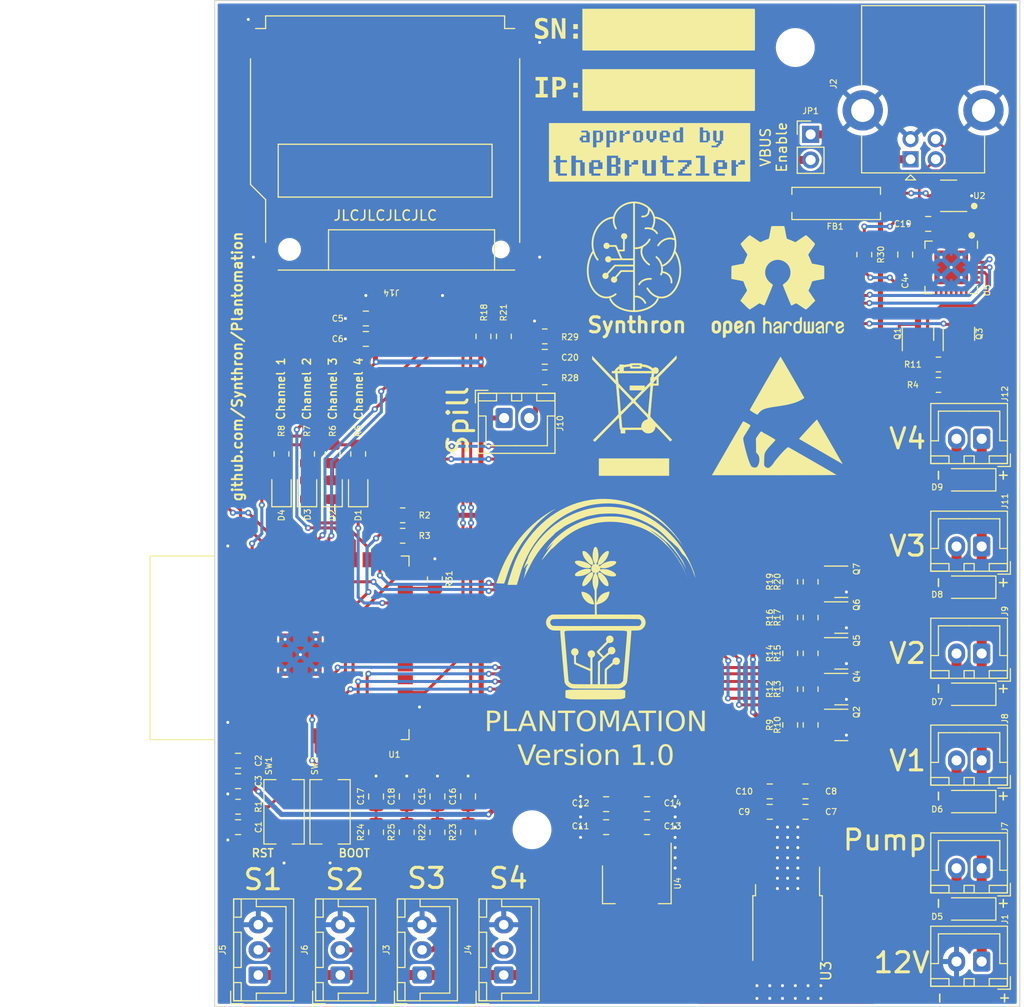
<source format=kicad_pcb>
(kicad_pcb (version 20221018) (generator pcbnew)
  (layers (0 "F.Cu" signal) (31 "B.Cu" signal) (34 "B.Paste" user) (35 "F.Paste" user) (36 "B.SilkS" user "B.Silkscreen") (37 "F.SilkS" user "F.Silkscreen") (38 "B.Mask" user) (39 "F.Mask" user) (44 "Edge.Cuts" user))
  (net 0 "")
  (net 1 "~{EN}")
  (net 2 "GND")
  (net 3 "+3V3")
  (net 4 "+5V")
  (net 5 "+12V")
  (net 6 "Spill")
  (net 7 "Net-(D1-A)")
  (net 8 "Ch4_Led")
  (net 9 "Net-(D2-A)")
  (net 10 "Ch3_Led")
  (net 11 "Net-(D3-A)")
  (net 12 "Ch2_Led")
  (net 13 "Net-(D4-A)")
  (net 14 "Net-(D5-A)")
  (net 15 "Net-(D6-A)")
  (net 16 "Net-(D7-A)")
  (net 17 "Net-(D8-A)")
  (net 18 "Net-(D9-A)")
  (net 19 "Net-(J3-Pin_2)")
  (net 20 "Net-(J4-Pin_2)")
  (net 21 "Net-(J5-Pin_2)")
  (net 22 "Net-(J6-Pin_2)")
  (net 23 "Net-(Q1-B)")
  (net 24 "Net-(Q1-E)")
  (net 25 "Net-(Q2-G)")
  (net 26 "Net-(Q3-B)")
  (net 27 "Net-(Q3-E)")
  (net 28 "GPIO0")
  (net 29 "Net-(Q4-G)")
  (net 30 "Net-(Q5-G)")
  (net 31 "Net-(Q6-G)")
  (net 32 "Net-(Q7-G)")
  (net 33 "Net-(SW2-A)")
  (net 34 "/Sensor3")
  (net 35 "Valve 1")
  (net 36 "Valve 2")
  (net 37 "Valve 3")
  (net 38 "Valve 4")
  (net 39 "Ch1_Led")
  (net 41 "/Sensor4")
  (net 42 "/Sensor1")
  (net 43 "/Sensor2")
  (net 44 "VSPI_CS")
  (net 45 "VSPI_MOSI")
  (net 46 "VSPI_CLK")
  (net 47 "VSPI_MISO")
  (net 50 "RxD")
  (net 51 "TxD")
  (net 52 "Net-(JP1-B)")
  (net 53 "Net-(J2-VBUS)")
  (net 54 "/Dm")
  (net 55 "/Dp")
  (net 57 "Pump")
  (net 58 "Net-(U1-IO2)")
  (net 60 "Net-(J2-D-)")
  (net 61 "Net-(J2-D+)")
  (net 64 "Net-(U5-~{RST})")
  (net 80 "Net-(U5-VDD)")
  (net 85 "Net-(J10-Pin_2)")
  (net 86 "~{Detect}")
  (net 87 "~{Protect}")
  (footprint "Resistor_SMD:R_0805_2012Metric" (layer "F.Cu") (at 168.402 98.552 90)
    (fp_text reference "R19")
    (fp_text value "1k")
  )
  (footprint "Package_TO_SOT_SMD:SOT-23" (layer "F.Cu") (at 173.482 98.552)
    (fp_text reference "Q7")
    (fp_text value "BSS138")
  )
  (footprint "Capacitor_SMD:C_0805_2012Metric" (layer "F.Cu") (at 113.538 116.332 180)
    (fp_text reference "C2")
    (fp_text value "4µ7")
  )
  (footprint "Capacitor_SMD:C_0805_2012Metric" (layer "F.Cu") (at 154.178 122.936)
    (fp_text reference "C13")
    (fp_text value "100n")
  )
  (footprint "Capacitor_SMD:C_0805_2012Metric" (layer "F.Cu") (at 166.37 119.38)
    (fp_text reference "C10")
    (fp_text value "4µ7")
  )
  (footprint "RF_Module:ESP32-WROOM-32" (layer "F.Cu") (at 120.649 105.112 90)
    (fp_text reference "U1")
    (fp_text value "ESP32-WROOM-32")
  )
  (footprint "Button_Switch_SMD:SW_Tactile_SPST_NO_Straight_CK_PTS636Sx25SMTRLFS" (layer "F.Cu") (at 118.11 121.412 90)
    (fp_text reference "SW1")
    (fp_text value "RST")
  )
  (footprint "Resistor_SMD:R_0805_2012Metric" (layer "F.Cu") (at 168.402 105.664 90)
    (fp_text reference "R14")
    (fp_text value "1k")
  )
  (footprint "Resistor_SMD:R_0805_2012Metric" (layer "F.Cu") (at 170.434 102.108 -90)
    (fp_text reference "R17")
    (fp_text value "100k")
  )
  (footprint "Package_TO_SOT_SMD:SOT-23" (layer "F.Cu") (at 185.166 73.914 90)
    (fp_text reference "Q3")
    (fp_text value "BC846")
  )
  (footprint "LED_SMD:LED_0805_2012Metric" (layer "F.Cu") (at 117.856 89.408 90)
    (fp_text reference "D4")
    (fp_text value "LED")
  )
  (footprint "Package_TO_SOT_SMD:TO-252-2" (layer "F.Cu") (at 168.142 133.056 -90)
    (fp_text reference "U3")
    (fp_text value "L7805")
  )
  (footprint "LED_SMD:LED_0805_2012Metric" (layer "F.Cu") (at 122.936 89.408 90)
    (fp_text reference "D2")
    (fp_text value "LED")
  )
  (footprint "Capacitor_SMD:C_0805_2012Metric" (layer "F.Cu") (at 126.238 72.39 180)
    (fp_text reference "C5")
    (fp_text value "1µ")
  )
  (footprint "Capacitor_SMD:C_0805_2012Metric" (layer "F.Cu") (at 166.37 121.412)
    (fp_text reference "C9")
    (fp_text value "100n")
  )
  (footprint "eigene:logo" (layer "F.Cu") (at 152.908 66.294)
    (fp_text reference "G***" hide)
    (fp_text value "LOGO" hide)
  )
  (footprint "Resistor_SMD:R_0805_2012Metric" (layer "F.Cu") (at 133.096 98.298 90)
    (fp_text reference "R31")
    (fp_text value "4k7")
  )
  (footprint "Package_TO_SOT_SMD:SOT-23" (layer "F.Cu") (at 173.482 102.108)
    (fp_text reference "Q6")
    (fp_text value "BSS138")
  )
  (footprint "Diode_SMD:D_MiniMELF" (layer "F.Cu") (at 186.182 120.396 180)
    (fp_text reference "D6")
    (fp_text value "LL4148")
  )
  (footprint "Capacitor_SMD:C_0805_2012Metric" (layer "F.Cu") (at 126.238 74.422 180)
    (fp_text reference "C6")
    (fp_text value "100n")
  )
  (footprint "Capacitor_SMD:C_0805_2012Metric" (layer "F.Cu") (at 169.926 119.38 180)
    (fp_text reference "C8")
    (fp_text value "100n")
  )
  (footprint "Resistor_SMD:R_0805_2012Metric" (layer "F.Cu") (at 122.936 85.852 -90)
    (fp_text reference "R6")
    (fp_text value "1k")
  )
  (footprint "Resistor_SMD:R_0805_2012Metric" (layer "F.Cu") (at 170.434 109.22 -90)
    (fp_text reference "R13")
    (fp_text value "100k")
  )
  (footprint "Package_TO_SOT_SMD:SOT-23" (layer "F.Cu") (at 181.102 73.914 90)
    (fp_text reference "Q1")
    (fp_text value "BC846")
  )
  (footprint "Resistor_SMD:R_0805_2012Metric" (layer "F.Cu") (at 127.254 123.444 -90)
    (fp_text reference "R24")
    (fp_text value "100")
  )
  (footprint "Connector_JST:JST_XH_B3B-XH-A_1x03_P2.50mm_Vertical" (layer "F.Cu") (at 123.698 137.628 90)
    (fp_text reference "J6")
    (fp_text value "ADC1_7")
  )
  (footprint "Connector_JST:JST_XH_B3B-XH-A_1x03_P2.50mm_Vertical" (layer "F.Cu") (at 115.553 137.628 90)
    (fp_text reference "J5")
    (fp_text value "ADC1_6")
  )
  (footprint "Capacitor_SMD:C_0805_2012Metric" (layer "F.Cu") (at 179.832 66.04 -90)
    (fp_text reference "C4")
    (fp_text value "100n")
  )
  (footprint "Resistor_SMD:R_0805_2012Metric" (layer "F.Cu") (at 129.8975 91.948 180)
    (fp_text reference "R2")
    (fp_text value "4k7")
  )
  (footprint "Resistor_SMD:R_0805_2012Metric" (layer "F.Cu") (at 129.8975 93.98)
    (fp_text reference "R3")
    (fp_text value "100")
  )
  (footprint "local:plantomation_logo" (layer "F.Cu") (at 149.098 100.33)
    (fp_text reference "G***" hide)
    (fp_text value "LOGO" hide)
  )
  (footprint "Capacitor_SMD:C_0805_2012Metric" (layer "F.Cu") (at 130.302 119.888 90)
    (fp_text reference "C18")
    (fp_text value "1n")
  )
  (footprint "Resistor_SMD:R_0805_2012Metric" (layer "F.Cu") (at 139.954 74.168 90)
    (fp_text reference "R21")
    (fp_text value "1k")
  )
  (footprint "Package_TO_SOT_SMD:SOT-223-3_TabPin2" (layer "F.Cu") (at 153.162 128.626 -90)
    (fp_text reference "U4")
    (fp_text value "AMS1117-3.3")
  )
  (footprint "Resistor_SMD:R_0805_2012Metric" (layer "F.Cu") (at 144.018 74.168 180)
    (fp_text reference "R29")
    (fp_text value "10k")
  )
  (footprint "Resistor_SMD:R_0805_2012Metric" (layer "F.Cu") (at 130.302 123.444 -90)
    (fp_text reference "R25")
    (fp_text value "100")
  )
  (footprint "Capacitor_SMD:C_0805_2012Metric" (layer "F.Cu") (at 144.018 76.2 180)
    (fp_text reference "C20")
    (fp_text value "1n")
  )
  (footprint "Heatsink:Heatsink_Fischer_FK24413DPAK_23x13mm" (layer "F.Cu") (at 168.148 133.35 180)
    (fp_text reference "HS1" hide)
    (fp_text value "D²PAK" hide)
  )
  (footprint "Diode_SMD:D_MiniMELF" (layer "F.Cu") (at 186.182 109.728 180)
    (fp_text reference "D7")
    (fp_text value "LL4148")
  )
  (footprint "Package_TO_SOT_SMD:SOT-23" (layer "F.Cu") (at 173.482 112.776)
    (fp_text reference "Q2")
    (fp_text value "DMG1012UW7")
  )
  (footprint "Connector_JST:JST_XH_B3B-XH-A_1x03_P2.50mm_Vertical" (layer "F.Cu") (at 139.937 137.628 90)
    (fp_text reference "J4")
    (fp_text value "ADC1_5")
  )
  (footprint "Connector_USB:USB_B_Lumberg_2411_02_Horizontal" (layer "F.Cu") (at 180.36 56.5715 90)
    (fp_text reference "J2")
    (fp_text value "USB_B")
  )
  (footprint "Symbol:ESD-Logo_13.2x12mm_SilkScreen" (layer "F.Cu") (at 167.132 82.042)
    (fp_text reference "REF**" hide)
    (fp_text value "ESD-Logo_13.2x12mm_SilkScreen" hide)
  )
  (footprint "Connector_JST:JST_XH_B2B-XH-A_1x02_P2.50mm_Vertical" (layer "F.Cu") (at 187.432 105.681 180)
    (fp_text reference "J9")
    (fp_text value "Valve 2")
  )
  (footprint "Resistor_SMD:R_0805_2012Metric" (layer "F.Cu") (at 133.35 123.444 -90)
    (fp_text reference "R22")
    (fp_text value "100")
  )
  (footprint "Symbol:OSHW-Logo2_14.6x12mm_SilkScreen" (layer "F.Cu") (at 167.175 68.75)
    (fp_text reference "REF**" hide)
    (fp_text value "OSHW-Logo2_14.6x12mm_SilkScreen" hide)
  )
  (footprint "eigene:GSD090012SEU" (layer "F.Cu") (at 128.778 68.326 180)
    (fp_text reference "J14")
    (fp_text value "GSD090012SEU ")
  )
  (footprint "Connector_JST:JST_XH_B3B-XH-A_1x03_P2.50mm_Vertical" (layer "F.Cu") (at 131.826 137.628 90)
    (fp_text reference "J3")
    (fp_text value "ADC1_4")
  )
  (footprint "Resistor_SMD:R_0805_2012Metric" (layer "F.Cu") (at 144.018 78.232)
    (fp_text reference "R28")
    (fp_text value "100")
  )
  (footprint "Resistor_SMD:R_0805_2012Metric" (layer "F.Cu") (at 117.856 85.852 -90)
    (fp_text reference "R8")
    (fp_text value "1k")
  )
  (footprint "Capacitor_SMD:C_0805_2012Metric" (layer "F.Cu") (at 150.114 120.65 180)
    (fp_text reference "C12")
    (fp_text value "100n")
  )
  (footprint "Resistor_SMD:R_0805_2012Metric" (layer "F.Cu") (at 125.476 85.852 -90)
    (fp_text reference "R5")
    (fp_text value "1k")
  )
  (footprint "LED_SMD:LED_0805_2012Metric" (layer "F.Cu") (at 125.476 89.408 90)
    (fp_text reference "D1")
    (fp_text value "LED")
  )
  (footprint "Resistor_SMD:R_0805_2012Metric" (layer "F.Cu") (at 183.134 78.994 180)
    (fp_text reference "R4")
    (fp_text value "4k7")
  )
  (footprint "Resistor_SMD:R_0805_2012Metric" (layer "F.Cu") (at 113.538 120.904)
    (fp_text reference "R1")
    (fp_text value "4k7")
  )
  (footprint "Package_DFN_QFN:QFN-28-1EP_5x5mm_P0.5mm_EP3.35x3.35mm" (layer "F.Cu") (at 184.404 67.31 -90)
    (fp_text reference "U5")
    (fp_text value "CP2102N-Axx-xQFN28")
  )
  (footprint "Resistor_SMD:R_0805_2012Metric" (layer "F.Cu") (at 170.434 112.776 -90)
    (fp_text reference "R10")
    (fp_text value "100k")
  )
  (footprint "Package_TO_SOT_SMD:SOT-23-6" (layer "F.Cu") (at 184.15 60.198 180)
    (fp_text reference "U2")
    (fp_text value "USBLC6-2SC6")
  )
  (footprint "Capacitor_SMD:C_0805_2012Metric" (layer "F.Cu") (at 113.538 122.936 180)
    (fp_text reference "C1")
    (fp_text value "100n")
  )
  (footprint "Resistor_SMD:R_0805_2012Metric" (layer "F.Cu") (at 168.402 109.22 90)
    (fp_text reference "R12")
    (fp_text value "1k")
  )
  (footprint "Package_TO_SOT_SMD:SOT-23" (layer "F.Cu") (at 173.482 105.664)
    (fp_text reference "Q5")
    (fp_text value "BSS138")
  )
  (footprint "Symbol:WEEE-Logo_8.4x12mm_SilkScreen" (layer "F.Cu") (at 152.908 82.042)
    (fp_text reference "REF**" hide)
    (fp_text value "WEEE-Logo_8.4x12mm_SilkScreen" hide)
  )
  (footprint "LED_SMD:LED_0805_2012Metric" (layer "F.Cu") (at 120.396 89.408 90)
    (fp_text reference "D3")
    (fp_text value "LED")
  )
  (footprint "Resistor_SMD:R_0805_2012Metric" (layer "F.Cu") (at 170.434 105.664 -90)
    (fp_text reference "R15")
    (fp_text value "100k")
  )
  (footprint "eigene:SMB-002" (layer "F.Cu") (at 172.974 60.96 180)
    (fp_text reference "FB1")
    (fp_text value "SMB-001")
  )
  (footprint "Diode_SMD:D_MiniMELF" (layer "F.Cu") (at 186.182 88.421 180)
    (fp_text reference "D9")
    (fp_text value "LL4148")
  )
  (footprint "Diode_SMD:D_MiniMELF" (layer "F.Cu") (at 186.182 131.064 180)
    (fp_text reference "D5")
    (fp_text value "LL4148")
  )
  (footprint "Package_TO_SOT_SMD:SOT-23" (layer "F.Cu") (at 173.482 109.22)
    (fp_text reference "Q4")
    (fp_text value "BSS138")
  )
  (footprint "Capacitor_SMD:C_0805_2012Metric" (layer "F.Cu") (at 136.398 119.888 90)
    (fp_text reference "C16")
    (fp_text value "1n")
  )
  (footprint "Resistor_SMD:R_0805_2012Metric" (layer "F.Cu") (at 168.402 102.108 90)
    (fp_text reference "R16")
    (fp_text value "1k")
  )
  (footprint "Capacitor_SMD:C_0805_2012Metric" (layer "F.Cu") (at 133.35 119.888 90)
    (fp_text reference "C15")
    (fp_text value "1n")
  )
  (footprint "Capacitor_SMD:C_0805_2012Metric" (layer "F.Cu") (at 154.178 120.65)
    (fp_text reference "C14")
    (fp_text value "4µ7")
  )
  (footprint "Capacitor_SMD:C_0805_2012Metric" (layer "F.Cu") (at 169.926 121.412 180)
    (fp_text reference "C7")
    (fp_text value "4µ7")
  )
  (footprint "TheBrutzlers_Lib:approved_theBrutzler" (layer "F.Cu") (at 154.432 55.88)
    (fp_text reference "G***" hide)
    (fp_text value "LOGO" hide)
  )
  (footprint "Resistor_SMD:R_0805_2012Metric" (layer "F.Cu") (at 136.398 123.444 -90)
    (fp_text reference "R23")
    (fp_text value "100")
  )
  (footprint "Capacitor_SMD:C_0805_2012Metric" (layer "F.Cu") (at 113.538 118.364 180)
    (fp_text reference "C3")
    (fp_text value "100n")
  )
  (footprint "Connector_JST:JST_XH_B2B-XH-A_1x02_P2.50mm_Vertical" (layer "F.Cu") (at 187.432 127.017 180)
    (fp_text reference "J7")
    (fp_text value "PeriPump")
  )
  (footprint "Resistor_SMD:R_0805_2012Metric" (layer "F.Cu") (at 137.922 74.168 90)
    (fp_text reference "R18")
    (fp_text value "1k")
  )
  (footprint "Capacitor_SMD:C_0805_2012Metric" (layer "F.Cu") (at 127.254 119.888 90)
    (fp_text reference "C17")
    (fp_text value "1n")
  )
  (footprint "Resistor_SMD:R_0805_2012Metric" (layer "F.Cu") (at 170.434 98.552 -90)
    (fp_text reference "R20")
    (fp_text value "100k")
  )
  (footprint "Connector_JST:JST_XH_B2B-XH-A_1x02_P2.50mm_Vertical" (layer "F.Cu") (at 187.432 95.042 180)
    (fp_text reference "J11")
    (fp_text value "Valve 3")
  )
  (footprint "Resistor_SMD:R_0805_2012Metric" (layer "F.Cu") (at 183.134 76.962)
    (fp_text reference "R11")
    (fp_text value "4k7")
  )
  (footprint "Resistor_SMD:R_0805_2012Metric" (layer "F.Cu") (at 168.402 112.776 90)
    (fp_text reference "R9")
    (fp_text value "1k")
  )
  (footprint "Resistor_SMD:R_0805_2012Metric" (layer "F.Cu") (at 175.768 66.04 -90)
    (fp_text reference "R30")
    (fp_text value "1k")
  )
  (footprint "Button_Switch_SMD:SW_Tactile_SPST_NO_Straight_CK_PTS636Sx25SMTRLFS" (layer "F.Cu") (at 122.682 121.412 -90)
    (fp_text reference "SW2")
    (fp_text value "BOOT")
  )
  (footprint "Connector_PinHeader_2.54mm:PinHeader_1x02_P2.54mm_Vertical" (layer "F.Cu") (at 170.434 54.097)
    (fp_text reference "JP1")
    (fp_text value "VBUS Jumper")
  )
  (footprint "Connector_JST:JST_XH_B2B-XH-A_1x02_P2.50mm_Vertical" (layer "F.Cu") (at 187.432 116.3 180)
    (fp_text reference "J8")
    (fp_text value "Valve 1")
  )
  (footprint "Connector_JST:JST_XH_B2B-XH-A_1x02_P2.50mm_Vertical" (layer "F.Cu") (at 139.974 82.279)
    (fp_text reference "J10")
    (fp_text value "ADC1_0")
  )
  (footprint "MountingHole:MountingHole_3.2mm_M3" (layer "F.Cu") (at 142.748 123.19 90)
    (fp_text reference "H1" hide)
    (fp_text value "MountingHole" hide)
  )
  (footprint "MountingHole:MountingHole_3.2mm_M3" (layer "F.Cu") (at 168.91 45.466 90)
    (fp_text reference "H2" hide)
    (fp_text value "MountingHole" hide)
  )
  (footprint "Connector_JST:JST_XH_B2B-XH-A_1x02_P2.50mm_Vertical" (layer "F.Cu") (at 187.432 84.345 180)
    (fp_text reference "J12")
    (fp_text value "Valve 4")
  )
  (footprint "Capacitor_SMD:C_0805_2012Metric" (layer "F.Cu") (at 182.118 62.992 180)
    (fp_text reference "C19")
    (fp_text value "100n")
  )
  (footprint "Diode_SMD:D_MiniMELF" (layer "F.Cu") (at 186.182 99.089 180)
    (fp_text reference "D8")
    (fp_text value "LL4148")
  )
  (footprint "Connector_JST:JST_XH_B2B-XH-A_1x02_P2.50mm_Vertical" (layer "F.Cu") (at 187.432 136.288 180)
    (fp_text reference "J1")
    (fp_text value "12V")
  )
  (footprint "Capacitor_SMD:C_0805_2012Metric" (layer "F.Cu") (at 150.114 122.936 180)
    (fp_text reference "C11")
    (fp_text value "4µ7")
  )
  (footprint "Resistor_SMD:R_0805_2012Metric" (layer "F.Cu") (at 120.396 85.852 -90)
    (fp_text reference "R7")
    (fp_text value "1k")
  )
  (gr_rect (start 147.828 47.688) (end 164.828 51.688) (stroke (width 0.15)) (fill solid) (layer "F.SilkS"))
  (gr_circle (center 186.69 61.214) (end 186.69 60.96) (stroke (width 0.15)) (fill solid) (layer "F.SilkS"))
  (gr_circle (center 186.436 64.135) (end 186.436 63.881) (stroke (width 0.15)) (fill solid) (layer "F.SilkS"))
  (gr_rect (start 147.828 41.688) (end 164.828 45.688) (stroke (width 0.15)) (fill solid) (layer "F.SilkS"))
  (gr_line (start 111.214 40.792) (end 191.214 40.792) (stroke (width 0.1)) (layer "Edge.Cuts"))
  (gr_line (start 191.214 140.792) (end 111.214 140.792) (stroke (width 0.1)) (layer "Edge.Cuts"))
  (gr_line (start 191.214 40.792) (end 191.214 140.792) (stroke (width 0.1)) (layer "Edge.Cuts"))
  (gr_line (start 111.214 140.792) (end 111.214 40.792) (stroke (width 0.1)) (layer "Edge.Cuts"))
  (gr_text "Pump" (at 173.482 124.206) (layer "F.SilkS") (effects (font (size 2 2) (thickness 0.3)) (justify left)))
  (gr_text "SN:" (at 142.866 44.926) (layer "F.SilkS") (effects (font (size 2 2) (thickness 0.4) bold) (justify left bottom)))
  (gr_text "V2" (at 178.054 105.664) (layer "F.SilkS") (effects (font (size 2 2) (thickness 0.3)) (justify left)))
  (gr_text "S1" (at 113.919 128.143) (layer "F.SilkS") (effects (font (size 2 2) (thickness 0.3)) (justify left)))
  (gr_text "+\n\n\n\n-" (at 182.626 108.458 -90) (layer "F.SilkS") (effects (font (size 1 1)) (justify left bottom)))
  (gr_text "github.com/Synthron/Plantomation" (at 114.046 90.678 90) (layer "F.SilkS") (effects (font (size 1 1) (thickness 0.2) bold) (justify left bottom)))
  (gr_text "BOOT" (at 123.444 125.984) (layer "F.SilkS") (effects (font (size 0.8 0.8)) (justify left bottom)))
  (gr_text "V1" (at 178.054 116.332) (layer "F.SilkS") (effects (font (size 2 2) (thickness 0.3)) (justify left)))
  (gr_text "+\n\n\n\n-" (at 182.626 87.249 -90) (layer "F.SilkS") (effects (font (size 1 1)) (justify left bottom)))
  (gr_text "PLANTOMATION\nVersion 1.0" (at 149.098 117.094) (layer "F.SilkS") (effects (font (size 2 2)) (justify bottom)))
  (gr_text "+\n\n\n\n-" (at 182.626 119.126 -90) (layer "F.SilkS") (effects (font (size 1 1)) (justify left bottom)))
  (gr_text "RST" (at 114.808 125.984) (layer "F.SilkS") (effects (font (size 0.8 0.8)) (justify left bottom)))
  (gr_text "12V" (at 176.53 136.398) (layer "F.SilkS") (effects (font (size 2 2) (thickness 0.3)) (justify left)))
  (gr_text "+\n\n\n\n-" (at 182.753 139.192 -90) (layer "F.SilkS") (effects (font (size 1 1)) (justify left bottom)))
  (gr_text "V3" (at 178.054 94.996) (layer "F.SilkS") (effects (font (size 2 2) (thickness 0.3)) (justify left)))
  (gr_text "S2" (at 122.047 128.143) (layer "F.SilkS") (effects (font (size 2 2) (thickness 0.3)) (justify left)))
  (gr_text "IP:" (at 142.866 50.768) (layer "F.SilkS") (effects (font (size 2 2) (thickness 0.4) bold) (justify left bottom)))
  (gr_text "+\n\n\n\n-" (at 182.626 97.917 -90) (layer "F.SilkS") (effects (font (size 1 1)) (justify left bottom)))
  (gr_text "Spill" (at 135.382 86.106 90) (layer "F.SilkS") (effects (font (size 2 2) (thickness 0.3)) (justify left)))
  (gr_text "V4" (at 178.054 84.328) (layer "F.SilkS") (effects (font (size 2 2) (thickness 0.3)) (justify left)))
  (gr_text "S3" (at 130.175 128.016) (layer "F.SilkS") (effects (font (size 2 2) (thickness 0.3)) (justify left)))
  (gr_text "Channel 1\n\nChannel 2\n\nChannel 3\n\nChannel 4" (at 125.984 82.55 90) (layer "F.SilkS") (effects (font (size 0.8 0.8)) (justify left bottom)))
  (gr_text "JLCJLCJLCJLC" (at 122.936 62.738) (layer "F.SilkS") (effects (font (size 1 1)) (justify left bottom)))
  (gr_text "Synthron" (at 148.082 73.914) (layer "F.SilkS") (effects (font (size 1.5 1.5) (thickness 0.3) bold) (justify left bottom)))
  (gr_text "+\n\n\n\n-" (at 182.626 129.794 -90) (layer "F.SilkS") (effects (font (size 1 1)) (justify left bottom)))
  (gr_text "VBUS\nEnable" (at 168.148 55.372 90) (layer "F.SilkS") (effects (font (size 1 1)) (justify bottom)))
  (gr_text "S4" (at 138.303 128.016) (layer "F.SilkS") (effects (font (size 2 2) (thickness 0.3)) (justify left)))
  (segment (start 166.852 97.628472) (end 179.2455 85.234972) (width 0.3) (layer "F.Cu") (net 1))
  (segment (start 114.488 122.936) (end 114.488 120.9415) (width 0.3) (layer "F.Cu") (net 1))
  (segment (start 179.2455 72.9765) (end 181.102 72.9765) (width 0.3) (layer "F.Cu") (net 1))
  (segment (start 166.275 103.733288) (end 166.852 103.156288) (width 0.3) (layer "F.Cu") (net 1))
  (segment (start 165.728682 107.075) (end 166.275 106.528682) (width 0.3) (layer "F.Cu") (net 1))
  (segment (start 139.085964 107.0465) (end 139.114464 107.075) (width 0.3) (layer "F.Cu") (net 1))
  (segment (start 116.586 120.904) (end 118.11 119.38) (width 0.3) (layer "F.Cu") (net 1))
  (segment (start 114.939 113.862) (end 114.939 114.939) (width 0.3) (layer "F.Cu") (net 1))
  (segment (start 118.11 119.38) (end 118.11 117.537) (width 0.3) (layer "F.Cu") (net 1))
  (segment (start 114.939 114.939) (end 115.824 115.824) (width 0.3) (layer "F.Cu") (net 1))
  (segment (start 166.852 103.156288) (end 166.852 97.628472) (width 0.3) (layer "F.Cu") (net 1))
  (segment (start 115.824 115.824) (end 117.602 115.824) (width 0.3) (layer "F.Cu") (net 1))
  (segment (start 123.444 107.075) (end 123.444 107.315) (width 0.3) (layer "F.Cu") (net 1))
  (segment (start 166.275 106.528682) (end 166.275 103.733288) (width 0.3) (layer "F.Cu") (net 1))
  (segment (start 120.523 110.236) (end 116.84 110.236) (width 0.3) (layer "F.Cu") (net 1))
  (segment (start 118.11 116.332) (end 118.11 117.537) (width 0.3) (layer "F.Cu") (net 1))
  (segment (start 179.2455 85.234972) (end 179.2455 72.9765) (width 0.3) (layer "F.Cu") (net 1))
  (segment (start 116.84 110.236) (end 114.939 112.137) (width 0.3) (layer "F.Cu") (net 1))
  (segment (start 114.939 112.137) (end 114.939 113.862) (width 0.3) (layer "F.Cu") (net 1))
  (segment (start 139.114464 107.075) (end 165.728682 107.075) (width 0.3) (layer "F.Cu") (net 1))
  (segment (start 114.488 120.9415) (end 114.4505 120.904) (width 0.3) (layer "F.Cu") (net 1))
  (segment (start 114.4505 120.904) (end 116.586 120.904) (width 0.3) (layer "F.Cu") (net 1))
  (segment (start 123.444 107.315) (end 120.523 110.236) (width 0.3) (layer "F.Cu") (net 1))
  (segment (start 117.602 115.824) (end 118.11 116.332) (width 0.3) (layer "F.Cu") (net 1))
  (via (at 139.085964 107.0465) (size 0.6) (drill 0.3) (layers "F.Cu" "B.Cu") (net 1))
  (via (at 123.444 107.075) (size 0.6) (drill 0.3) (layers "F.Cu" "B.Cu") (net 1))
  (segment (start 123.473 107.046) (end 123.444 107.075) (width 0.3) (layer "B.Cu") (net 1))
  (segment (start 126.761239 107.046) (end 123.473 107.046) (width 0.3) (layer "B.Cu") (net 1))
  (segment (start 139.082464 107.05) (end 126.765239 107.05) (width 0.3) (layer "B.Cu") (net 1))
  (segment (start 139.085964 107.0465) (end 139.082464 107.05) (width 0.3) (layer "B.Cu") (net 1))
  (segment (start 126.765239 107.05) (end 126.761239 107.046) (width 0.3) (layer "B.Cu") (net 1))
  (segment (start 143.068 72.71) (end 143.002 72.644) (width 0.3) (layer "F.Cu") (net 2))
  (segment (start 133.778 70.024) (end 133.778 68.326) (width 0.3) (layer "F.Cu") (net 2))
  (segment (start 173.8865 110.1325) (end 173.99 110.236) (width 0.3) (layer "F.Cu") (net 2))
  (segment (start 141.803 66.326) (end 143.478 66.326) (width 0.5) (layer "F.Cu") (net 2))
  (segment (start 122.682 125.287) (end 122.682 126.492) (width 0.3) (layer "F.Cu") (net 2))
  (segment (start 184.904 64.86) (end 184.904 66.81) (width 0.3) (layer "F.Cu") (net 2))
  (segment (start 112.399 96.362) (end 112.399 95.119) (width 0.3) (layer "F.Cu") (net 2))
  (segment (start 116.703 66.326) (end 115.094 66.326) (width 0.5) (layer "F.Cu") (net 2))
  (segment (start 170.434 99.4645) (end 173.8865 99.4645) (width 0.3) (layer "F.Cu") (net 2))
  (segment (start 133.858 70.104) (end 133.778 70.024) (width 0.3) (layer "F.Cu") (net 2))
  (segment (start 185.2875 60.198) (end 186.436 60.198) (width 0.3) (layer "F.Cu") (net 2))
  (segment (start 125.288 72.39) (end 124.206 72.39) (width 0.3) (layer "F.Cu") (net 2))
  (segment (start 131.396 110.822) (end 131.572 110.998) (width 0.3) (layer "F.Cu") (net 2))
  (segment (start 115.094 66.326) (end 115.062 66.294) (width 0.5) (layer "F.Cu") (net 2))
  (segment (start 126.238 68.366) (end 126.278 68.326) (width 0.3) (layer "F.Cu") (net 2))
  (segment (start 170.434 103.0205) (end 173.8865 103.0205) (width 0.3) (layer "F.Cu") (net 2))
  (segment (start 184.904 66.81) (end 184.404 67.31) (width 0.3) (layer "F.Cu") (net 2))
  (segment (start 126.238 70.104) (end 126.238 68.366) (width 0.3) (layer "F.Cu") (net 2))
  (segment (start 112.588 118.364) (end 112.588 114.051) (width 0.3) (layer "F.Cu") (net 2))
  (segment (start 173.8865 113.6885) (end 173.99 113.792) (width 0.3) (layer "F.Cu") (net 2))
  (segment (start 170.434 113.6885) (end 173.8865 113.6885) (width 0.3) (layer "F.Cu") (net 2))
  (segment (start 173.8865 99.4645) (end 173.99 99.568) (width 0.3) (layer "F.Cu") (net 2))
  (segment (start 127.254 118.938) (end 127.254 117.856) (width 0.3) (layer "F.Cu") (net 2))
  (segment (start 170.434 106.5765) (end 173.8865 106.5765) (width 0.3) (layer "F.Cu") (net 2))
  (segment (start 173.8865 106.5765) (end 173.99 106.68) (width 0.3) (layer "F.Cu") (net 2))
  (segment (start 143.068 76.2) (end 143.068 72.71) (width 0.3) (layer "F.Cu") (net 2))
  (segment (start 112.399 112.645) (end 112.522 112.522) (width 0.3) (layer "F.Cu") (net 2))
  (segment (start 133.096 97.3855) (end 133.096 96.266) (width 0.3) (layer "F.Cu") (net 2))
  (segment (start 141.803 66.326) (end 141.803 71.445) (width 0.5) (layer "F.Cu") (net 2))
  (segment (start 112.588 122.936) (end 112.588 124.14) (width 0.3) (layer "F.Cu") (net 2))
  (segment (start 143.478 66.326) (end 143.51 66.294) (width 0.5) (layer "F.Cu") (net 2))
  (segment (start 112.399 113.862) (end 112.399 112.645) (width 0.3) (layer "F.Cu") (net 2))
  (segment (start 130.159 110.822) (end 131.396 110.822) (width 0.3) (layer "F.Cu") (net 2))
  (segment (start 143.342 45.126) (end 143.51 44.958) (width 0.5) (layer "F.Cu") (net 2))
  (segment (start 141.803 71.445) (end 143.002 72.644) (width 0.5) (layer "F.Cu") (net 2))
  (segment (start 136.398 118.938) (end 136.398 117.856) (width 0.3) (layer "F.Cu") (net 2))
  (segment (start 112.588 119.568) (end 112.522 119.634) (width 0.3) (layer "F.Cu") (net 2))
  (segment (start 112.588 114.051) (end 112.399 113.862) (width 0.3) (layer "F.Cu") (net 2))
  (segment (start 179.832 66.99) (end 179.832 68.072) (width 0.3) (layer "F.Cu") (net 2))
  (segment (start 173.8865 103.0205) (end 173.99 103.124) (width 0.3) (layer "F.Cu") (net 2))
  (segment (start 125.288 74.422) (end 124.206 74.422) (width 0.3) (layer "F.Cu") (net 2))
  (segment (start 112.588 118.364) (end 112.588 119.568) (width 0.3) (layer "F.Cu") (net 2))
  (segment (start 112.588 124.14) (end 112.522 124.206) (width 0.3) (layer "F.Cu") (net 2))
  (segment (start 112.399 95.119) (end 112.522 94.996) (width 0.3) (layer "F.Cu") (net 2))
  (segment (start 130.302 118.938) (end 130.302 117.856) (width 0.3) (layer "F.Cu") (net 2))
  (segment (start 118.11 125.287) (end 118.11 126.492) (width 0.3) (layer "F.Cu") (net 2))
  (segment (start 114.503 42.723) (end 114.554 42.672) (width 0.5) (layer "F.Cu") (net 2))
  (segment (start 133.35 118.938) (end 133.35 117.856) (width 0.3) (layer "F.Cu") (net 2))
  (segment (start 114.503 45.126) (end 114.503 42.723) (width 0.5) (layer "F.Cu") (net 2))
  (segment (start 141.803 45.126) (end 143.342 45.126) (width 0.5) (layer "F.Cu") (net 2))
  (segment (start 181.168 62.992) (end 180.086 62.992) (width 0.3) (layer "F.Cu") (net 2))
  (segment (start 170.434 110.1325) (end 173.8865 110.1325) (width 0.3) (layer "F.Cu") (net 2))
  (via (at 112.522 119.634) (size 0.6) (drill 0.3) (layers "F.Cu" "B.Cu") (net 2))
  (via (at 147.574 122.936) (size 0.6) (drill 0.3) (layers "F.Cu" "B.Cu") (net 2))
  (via (at 133.35 117.856) (size 0.6) (drill 0.3) (layers "F.Cu" "B.Cu") (net 2))
  (via (at 127.254 117.856) (size 0.6) (drill 0.3) (layers "F.Cu" "B.Cu") (net 2))
  (via (at 167.64 139.954) (size 0.6) (drill 0.3) (layers "F.Cu" "B.Cu") (net 2))
  (via (at 130.302 117.856) (size 0.6) (drill 0.3) (layers "F.Cu" "B.Cu") (net 2))
  (via (at 169.164 128.016) (size 0.6) (drill 0.3) (layers "F.Cu" "B.Cu") (net 2))
  (via (at 147.574 121.92) (size 0.6) (drill 0.3) (layers "F.Cu" "B.Cu") (net 2))
  (via (at 171.45 139.954) (size 0.6) (drill 0.3) (layers "F.Cu" "B.Cu") (net 2))
  (via (at 173.99 103.124) (size 0.6) (drill 0.3) (layers "F.Cu" "B.Cu") (net 2))
  (via (at 168.148 125.984) (size 0.6) (drill 0.3) (layers "F.Cu" "B.Cu") (net 2))
  (via (at 167.132 129.032) (size 0.6) (drill 0.3) (layers "F.Cu" "B.Cu") (net 2))
  (via (at 168.148 129.032) (size 0.6) (drill 0.3) (layers "F.Cu" "B.Cu") (net 2))
  (via (at 115.062 66.294) (size 0.6) (drill 0.3) (layers "F.Cu" "B.Cu") (net 2))
  (via (at 166.37 139.954) (size 0.6) (drill 0.3) (layers "F.Cu" "B.Cu") (net 2))
  (via (at 143.51 66.294) (size 0.6) (drill 0.3) (layers "F.Cu" "B.Cu") (net 2))
  (via (at 165.1 139.954) (size 0.6) (drill 0.3) (layers "F.Cu" "B.Cu") (net 2))
  (via (at 167.64 138.684) (size 0.6) (drill 0.3) (layers "F.Cu" "B.Cu") (net 2))
  (via (at 156.972 123.952) (size 0.6) (drill 0.3) (layers "F.Cu" "B.Cu") (net 2))
  (via (at 143.002 72.644) (size 0.6) (drill 0.3) (layers "F.Cu" "B.Cu") (net 2))
  (via (at 167.132 125.984) (size 0.6) (drill 0.3) (layers "F.Cu" "B.Cu") (net 2))
  (via (at 156.972 127) (size 0.6) (drill 0.3) (layers "F.Cu" "B.Cu") (net 2))
  (via (at 168.148 124.968) (size 0.6) (drill 0.3) (layers "F.Cu" "B.Cu") (net 2))
  (via (at 170.18 138.684) (size 0.6) (drill 0.3) (layers "F.Cu" "B.Cu") (net 2))
  (via (at 173.99 99.568) (size 0.6) (drill 0.3) (layers "F.Cu" "B.Cu") (net 2))
  (via (at 114.554 42.672) (size 0.6) (drill 0.3) (layers "F.Cu" "B.Cu") (net 2))
  (via (at 168.148 127) (size 0.6) (drill 0.3) (layers "F.Cu" "B.Cu") (net 2))
  (via (at 186.436 60.198) (size 0.6) (drill 0.3) (layers "F.Cu" "B.Cu") (net 2))
  (via (at 122.682 126.492) (size 0.6) (drill 0.3) (layers "F.Cu" "B.Cu") (net 2))
  (via (at 170.18 139.954) (size 0.6) (drill 0.3) (layers "F.Cu" "B.Cu") (net 2))
  (via (at 156.972 119.888) (size 0.6) (drill 0.3) (layers "F.Cu" "B.Cu") (net 2))
  (via (at 165.1 138.684) (size 0.6) (drill 0.3) (layers "F.Cu" "B.Cu") (net 2))
  (via (at 156.972 124.968) (size 0.6) (drill 0.3) (layers "F.Cu" "B.Cu") (net 2))
  (via (at 143.51 44.958) (size 0.6) (drill 0.3) (layers "F.Cu" "B.Cu") (net 2))
  (via (at 179.832 68.072) (size 0.6) (drill 0.3) (layers "F.Cu" "B.Cu") (net 2))
  (via (at 112.522 94.996) (size 0.6) (drill 0.3) (layers "F.Cu" "B.Cu") (net 2))
  (via (at 126.238 70.104) (size 0.6) (drill 0.3) (layers "F.Cu" "B.Cu") (net 2))
  (via (at 133.858 70.104) (size 0.6) (drill 0.3) (layers "F.Cu" "B.Cu") (net 2))
  (via (at 168.91 138.684) (size 0.6) (drill 0.3) (layers "F.Cu" "B.Cu") (net 2))
  (via (at 112.522 112.522) (size 0.6) (drill 0.3) (layers "F.Cu" "B.Cu") (net 2))
  (via (at 169.164 122.936) (size 0.6) (drill 0.3) (layers "F.Cu" "B.Cu") (net 2))
  (via (at 167.132 127) (size 0.6) (drill 0.3) (layers "F.Cu" "B.Cu") (net 2))
  (via (at 173.99 110.236) (size 0.6) (drill 0.3) (layers "F.Cu" "B.Cu") (net 2))
  (via (at 133.096 96.266) (size 0.6) (drill 0.3) (layers "F.Cu" "B.Cu") (net 2))
  (via (at 156.972 120.904) (size 0.6) (drill 0.3) (layers "F.Cu" "B.Cu") (net 2))
  (via (at 169.164 124.968) (size 0.6) (drill 0.3) (layers "F.Cu" "B.Cu") (net 2))
  (via (at 156.972 122.936) (size 0.6) (drill 0.3) (layers "F.Cu" "B.Cu") (net 2))
  (via (at 167.132 124.968) (size 0.6) (drill 0.3) (layers "F.Cu" "B.Cu") (net 2))
  (via (at 112.522 124.206) (size 0.6) (drill 0.3) (layers "F.Cu" "B.Cu") (net 2))
  (via (at 168.91 139.954) (size 0.6) (drill 0.3) (layers "F.Cu" "B.Cu") (net 2))
  (via (at 124.206 72.39) (size 0.6) (drill 0.3) (layers "F.Cu" "B.Cu") (net 2))
  (via (at 166.37 138.684) (size 0.6) (drill 0.3) (layers "F.Cu" "B.Cu") (net 2))
  (via (at 167.132 122.936) (size 0.6) (drill 0.3) (layers "F.Cu" "B.Cu") (net 2))
  (via (at 173.99 106.68) (size 0.6) (drill 0.3) (layers "F.Cu" "B.Cu") (net 2))
  (via (at 156.972 121.92) (size 0.6) (drill 0.3) (layers "F.Cu" "B.Cu") (net 2))
  (via (at 169.164 123.952) (size 0.6) (drill 0.3) (layers "F.Cu" "B.Cu") (net 2))
  (via (at 118.11 126.492) (size 0.6) (drill 0.3) (layers "F.Cu" "B.Cu") (net 2))
  (via (at 147.574 123.952) (size 0.6) (drill 0.3) (layers "F.Cu" "B.Cu") (net 2))
  (via (at 169.164 127) (size 0.6) (drill 0.3) (layers "F.Cu" "B.Cu") (net 2))
  (via (at 167.132 123.952) (size 0.6) (drill 0.3) (layers "F.Cu" "B.Cu") (net 2))
  (via (at 171.45 138.684) (size 0.6) (drill 0.3) (layers "F.Cu" "B.Cu") (net 2))
  (via (at 168.148 122.936) (size 0.6) (drill 0.3) (layers "F.Cu" "B.Cu") (net 2))
  (via (at 136.398 117.856) (size 0.6) (drill 0.3) (layers "F.Cu" "B.Cu") (net 2))
  (via (at 169.164 125.984) (size 0.6) (drill 0.3) (layers "F.Cu" "B.Cu") (net 2))
  (via (at 167.132 128.016) (size 0.6) (drill 0.3) (layers "F.Cu" "B.Cu") (net 2))
  (via (at 173.99 113.792) (size 0.6) (drill 0.3) (layers "F.Cu" "B.Cu") (net 2))
  (via (at 156.972 125.984) (size 0.6) (drill 0.3) (layers "F.Cu" "B.Cu") (net 2))
  (via (at 131.572 110.998) (size 0.6) (drill 0.3) (layers "F.Cu" "B.Cu") (net 2))
  (via (at 180.086 62.992) (size 0.6) (drill 0.3) (layers "F.Cu" "B.Cu") (net 2))
  (via (at 168.148 128.016) (size 0.6) (drill 0.3) (layers "F.Cu" "B.Cu") (net 2))
  (via (at 124.206 74.422) (size 0.6) (drill 0.3) (layers "F.Cu" "B.Cu") (net 2))
  (via (at 168.148 123.952) (size 0.6) (drill 0.3) (layers "F.Cu" "B.Cu") (net 2))
  (via (at 169.164 129.032) (size 0.6) (drill 0.3) (layers "F.Cu" "B.Cu") (net 2))
  (via (at 147.574 119.888) (size 0.6) (drill 0.3) (layers "F.Cu" "B.Cu") (net 2))
  (via (at 147.574 120.904) (size 0.6) (drill 0.3) (layers "F.Cu" "B.Cu") (net 2))
  (segment (start 121.666 82.309) (end 127.254 76.721) (width 0.3) (layer "F.Cu") (net 3))
  (segment (start 113.669 115.193) (end 113.669 113.862) (width 0.4) (layer "F.Cu") (net 3))
  (segment (start 137.668 89.154) (end 137.668 82.296) (width 0.5) (layer "F.Cu") (net 3))
  (segment (start 112.6255 120.59825) (end 114.488 118.73575) (width 0.4) (layer "F.Cu") (net 3))
  (segment (start 153.228 121.006) (end 153.228 131.71) (width 1) (layer "F.Cu") (net 3))
  (segment (start 128.778 69.596) (end 128.778 68.326) (width 0.5) (layer "F.Cu") (net 3))
  (segment (start 114.488 118.73575) (end 114.488 118.364) (width 0.4) (layer "F.Cu") (net 3))
  (segment (start 137.922 75.0805) (end 139.954 75.0805) (width 0.5) (layer "F.Cu") (net 3))
  (segment (start 153.228 131.71) (end 153.162 131.776) (width 1) (layer "F.Cu") (net 3))
  (segment (start 121.666 84.9395) (end 125.476 84.9395) (width 0.3) (layer "F.Cu") (net 3))
  (segment (start 137.7 113.316) (end 137.7 91.98) (width 0.5) (layer "F.Cu") (net 3))
  (segment (start 127.188 76.642) (end 127.188 71.186) (width 0.5) (layer "F.Cu") (net 3))
  (segment (start 137.668 75.3345) (end 137.922 75.0805) (width 0.5) (layer "F.Cu") (net 3))
  (segment (start 139.974 82.279) (end 137.685 82.279) (width 0.5) (layer "F.Cu") (net 3))
  (segment (start 137.668 91.948) (end 137.668 91.44) (width 0.5) (layer "F.Cu") (net 3))
  (segment (start 137.685 82.279) (end 137.668 82.296) (width 0.5) (layer "F.Cu") (net 3))
  (segment (start 137.668 76.708) (end 137.668 75.3345) (width 0.5) (layer "F.Cu") (net 3))
  (segment (start 114.488 116.332) (end 114.488 116.012) (width 0.4) (layer "F.Cu") (net 3))
  (segment (start 112.6255 120.904) (end 112.6255 120.59825) (width 0.4) (layer "F.Cu") (net 3))
  (segment (start 127.254 76.721) (end 127.254 76.708) (width 0.3) (layer "F.Cu") (net 3))
  (segment (start 121.666 84.9395) (end 121.666 82.309) (width 0.3) (layer "F.Cu") (net 3))
  (segment (start 137.668 91.948) (end 130.81 91.948) (width 0.5) (layer "F.Cu") (net 3))
  (segment (start 115.57 119.38) (end 115.504 119.38) (width 0.5) (layer "F.Cu") (net 3))
  (segment (start 153.228 118.684) (end 152.4 117.856) (width 0.5) (layer "F.Cu") (net 3))
  (segment (start 142.24 117.856) (end 137.7 113.316) (width 0.5) (layer "F.Cu") (net 3))
  (segment (start 137.7 91.98) (end 137.668 91.948) (width 0.5) (layer "F.Cu") (net 3))
  (segment (start 117.856 84.9395) (end 121.666 84.9395) (width 0.3) (layer "F.Cu") (net 3))
  (segment (start 152.4 117.856) (end 142.24 117.856) (width 0.5) (layer "F.Cu") (net 3))
  (segment (start 114.488 116.012) (end 113.669 115.193) (width 0.4) (layer "F.Cu") (net 3))
  (segment (start 137.668 91.44) (end 137.668 89.154) (width 0.5) (layer "F.Cu") (net 3))
  (segment (start 114.488 118.364) (end 114.488 116.332) (width 0.4) (layer "F.Cu") (net 3))
  (segment (start 142.24 117.856) (end 138.43 121.666) (width 0.5) (layer "F.Cu") (net 3))
  (segment (start 115.504 119.38) (end 114.488 118.364) (width 0.5) (layer "F.Cu") (net 3))
  (segment (start 153.228 121.006) (end 153.228 118.684) (width 0.5) (layer "F.Cu") (net 3))
  (segment (start 127.188 71.186) (end 128.778 69.596) (width 0.5) (layer "F.Cu") (net 3))
  (segment (start 137.668 82.296) (end 137.668 76.708) (width 0.5) (layer "F.Cu") (net 3))
  (segment (start 127.254 76.708) (end 127.188 76.642) (width 0.5) (layer "F.Cu") (net 3))
  (via (at 137.668 76.708) (size 0.6) (drill 0.3) (layers "F.Cu" "B.Cu") (net 3))
  (via (at 127.254 76.708) (size 0.6) (drill 0.3) (layers "F.Cu" "B.Cu") (net 3))
  (via (at 138.43 121.666) (size 0.6) (drill 0.3) (layers "F.Cu" "B.Cu") (net 3))
  (via (at 115.57 119.38) (size 0.6) (drill 0.3) (layers "F.Cu" "B.Cu") (net 3))
  (segment (start 138.43 121.666) (end 117.856 121.666) (width 0.5) (layer "B.Cu") (net 3))
  (segment (start 127.254 76.708) (end 137.668 76.708) (width 0.5) (layer "B.Cu") (net 3))
  (segment (start 117.856 121.666) (end 115.57 119.38) (width 0.5) (layer "B.Cu") (net 3))
  (segment (start 178.39 59.944) (end 177.374 60.96) (width 0.3) (layer "F.Cu") (net 4))
  (segment (start 148.844 137.628) (end 157.012 137.628) (width 1) (layer "F.Cu") (net 4))
  (segment (start 164.7 106.275) (end 164.691894 106.266894) (width 0.5) (layer "F.Cu") (net 4))
  (segment (start 165.602 121.594) (end 165.42 121.412) (width 1) (layer "F.Cu") (net 4))
  (segment (start 164.691894 106.266894) (end 164.691894 97.436106) (width 0.5) (layer "F.Cu") (net 4))
  (segment (start 165.42 119.38) (end 165.42 121.412) (width 1) (layer "F.Cu") (net 4))
  (segment (start 139.937 137.628) (end 148.844 137.628) (width 1) (layer "F.Cu") (net 4))
  (segment (start 145.034 129.54) (end 145.034 137.628) (width 1) (layer "F.Cu") (net 4))
  (segment (start 151.064 125.274) (end 150.862 125.476) (width 1) (layer "F.Cu") (net 4))
  (segment (start 115.553 137.628) (end 139.937 137.628) (width 1) (layer "F.Cu") (net 4))
  (segment (start 179.926 65.09) (end 179.832 65.09) (width 0.3) (layer "F.Cu") (net 4))
  (segment (start 180.152 65.09) (end 180.872 65.81) (width 0.3) (layer "F.Cu") (net 4))
  (segment (start 164.7 111.5) (end 165.42 112.22) (width 0.5) (layer "F.Cu") (net 4))
  (segment (start 179.832 65.09) (end 177.44 65.09) (width 0.5) (layer "F.Cu") (net 4))
  (segment (start 151.064 121.006) (end 151.064 125.274) (width 1) (layer "F.Cu") (net 4))
  (segment (start 177.374 84.754) (end 177.374 65.024) (width 0.5) (layer "F.Cu") (net 4))
  (segment (start 158.242 124.714) (end 161.544 121.412) (width 1) (layer "F.Cu") (net 4))
  (segment (start 165.42 112.22) (end 165.42 119.38) (width 0.5) (layer "F.Cu") (net 4))
  (segment (start 182.904 64.86) (end 182.904 64.286) (width 0.3) (layer "F.Cu") (net 4))
  (segment (start 161.544 121.412) (end 165.42 121.412) (width 1) (layer "F.Cu") (net 4))
  (segment (start 177.374 65.024) (end 177.374 60.96) (width 0.5) (layer "F.Cu") (net 4))
  (segment (start 183.0125 60.198) (end 182.118 60.198) (width 0.3) (layer "F.Cu") (net 4))
  (segment (start 145.034 137.628) (end 148.844 137.628) (width 1) (layer "F.Cu") (net 4))
  (segment (start 180.872 65.81) (end 181.954 65.81) (width 0.3) (layer "F.Cu") (net 4))
  (segment (start 182.88 64.262) (end 180.754 64.262) (width 0.3) (layer "F.Cu") (net 4))
  (segment (start 180.754 64.262) (end 179.926 65.09) (width 0.3) (layer "F.Cu") (net 4))
  (segment (start 158.242 136.398) (end 158.242 124.714) (width 1) (layer "F.Cu") (net 4))
  (segment (start 165.602 125.406) (end 165.602 121.594) (width 1) (layer "F.Cu") (net 4))
  (segment (start 150.862 125.476) (end 149.098 125.476) (width 1) (layer "F.Cu") (net 4))
  (segment (start 179.832 65.09) (end 180.152 65.09) (width 0.3) (layer "F.Cu") (net 4))
  (segment (start 180.425 59.944) (end 178.39 59.944) (width 0.3) (layer "F.Cu") (net 4))
  (segment (start 157.012 137.628) (end 158.242 136.398) (width 1) (layer "F.Cu") (net 4))
  (segment (start 165.602 125.406) (end 165.862 125.666) (width 1) (layer "F.Cu") (net 4))
  (segment (start 165.862 125.666) (end 165.862 128.016) (width 1) (layer "F.Cu") (net 4))
  (segment (start 182.904 64.286) (end 182.88 64.262) (width 0.3) (layer "F.Cu") (net 4))
  (segment (start 149.098 125.476) (end 145.034 129.54) (width 1) (layer "F.Cu") (net 4))
  (segment (start 164.691894 97.436106) (end 177.374 84.754) (width 0.5) (layer "F.Cu") (net 4))
  (segment (start 182.118 60.198) (end 181.864 59.944) (width 0.3) (layer "F.Cu") (net 4))
  (segment (start 177.44 65.09) (end 177.374 65.024) (width 0.5) (layer "F.Cu") (net 4))
  (via (at 164.7 111.5) (size 0.6) (drill 0.3) (layers "F.Cu" "B.Cu") (net 4))
  (via (at 181.864 59.944) (size 0.6) (drill 0.3) (layers "F.Cu" "B.Cu") (net 4))
  (via (at 164.7 106.275) (size 0.6) (drill 0.3) (layers "F.Cu" "B.Cu") (net 4))
  (via (at 180.425 59.944) (size 0.6) (drill 0.3) (layers "F.Cu" "B.Cu") (net 4))
  (segment (start 181.864 59.944) (end 180.425 59.944) (width 0.3) (layer "B.Cu") (net 4))
  (segment (start 164.7 106.275) (end 164.7 111.5) (width 0.5) (layer "B.Cu") (net 4))
  (segment (start 187.432 133.497) (end 187.071 133.858) (width 1) (layer "F.Cu") (net 5))
  (segment (start 187.932 99.089) (end 187.932 97.762) (width 1) (layer "F.Cu") (net 5))
  (segment (start 187.932 112.042) (end 187.432 112.542) (width 1) (layer "F.Cu") (net 5))
  (segment (start 170.682 125.406) (end 170.422 125.666) (width 1) (layer "F.Cu") (net 5))
  (segment (start 187.932 99.089) (end 187.932 101.628) (width 1) (layer "F.Cu") (net 5))
  (segment (start 187.932 109.728) (end 187.932 108.43) (width 1) (layer "F.Cu") (net 5))
  (segment (start 187.932 131.064) (end 187.932 132.997) (width 1) (layer "F.Cu") (net 5))
  (segment (start 187.932 108.43) (end 187.432 107.93) (width 1) (layer "F.Cu") (net 5))
  (segment (start 187.932 120.396) (end 187.932 119.098) (width 1) (layer "F.Cu") (net 5))
  (segment (start 187.432 118.598) (end 187.432 116.3) (width 1) (layer "F.Cu") (net 5))
  (segment (start 187.932 122.456) (end 187.432 122.956) (width 1) (layer "F.Cu") (net 5))
  (segment (start 187.432 129.012) (end 187.432 127.017) (width 1) (layer "F.Cu") (net 5))
  (segment (start 187.932 97.762) (end 187.432 97.262) (width 1) (layer "F.Cu") (net 5))
  (segment (start 187.432 107.93) (end 187.432 105.681) (width 1) (layer "F.Cu") (net 5))
  (segment (start 187.932 120.396) (end 187.932 122.456) (width 1) (layer "F.Cu") (net 5))
  (segment (start 187.432 133.497) (end 187.432 136.288) (width 1) (layer "F.Cu") (net 5))
  (segment (start 170.422 125.666) (end 170.422 128.016) (width 1) (layer "F.Cu") (net 5))
  (segment (start 187.932 88.421) (end 187.932 86.84) (width 1) (layer "F.Cu") (net 5))
  (segment (start 187.932 86.84) (end 187.432 86.34) (width 1) (layer "F.Cu") (net 5))
  (segment (start 187.432 86.34) (end 187.432 84.345) (width 1) (layer "F.Cu") (net 5))
  (segment (start 170.876 121.412) (end 170.876 119.38) (width 1) (layer "F.Cu") (net 5))
  (segment (start 187.432 102.128) (end 187.432 105.681) (width 1) (layer "F.Cu") (net 5))
  (segment (start 187.932 109.728) (end 187.932 112.042) (width 1) (layer "F.Cu") (net 5))
  (segment (start 180.086 131.953) (end 180.086 127) (width 1) (layer "F.Cu") (net 5))
  (segment (start 187.932 129.512) (end 187.432 129.012) (width 1) (layer "F.Cu") (net 5))
  (segment (start 170.682 121.606) (end 170.876 121.412) (width 1) (layer "F.Cu") (net 5))
  (segment (start 187.932 119.098) (end 187.432 118.598) (width 1) (layer "F.Cu") (net 5))
  (segment (start 187.932 90.96) (end 187.432 91.46) (width 1) (layer "F.Cu") (net 5))
  (segment (start 174.498 121.412) (end 170.876 121.412) (width 1) (layer "F.Cu") (net 5))
  (segment (start 187.932 131.064) (end 187.932 129.512) (width 1) (layer "F.Cu") (net 5))
  (segment (start 170.682 125.406) (end 170.682 121.606) (width 1) (layer "F.Cu") (net 5))
  (segment (start 187.932 88.421) (end 187.932 90.96) (width 1) (layer "F.Cu") (net 5))
  (segment (start 187.432 91.46) (end 187.432 95.042) (width 1) (layer "F.Cu") (net 5))
  (segment (start 187.432 97.262) (end 187.432 95.042) (width 1) (layer "F.Cu") (net 5))
  (segment (start 187.932 132.997) (end 187.432 133.497) (width 1) (layer "F.Cu") (net 5))
  (segment (start 187.432 122.956) (end 187.432 127.017) (width 1) (layer "F.Cu") (net 5))
  (segment (start 187.071 133.858) (end 181.991 133.858) (width 1) (layer "F.Cu") (net 5))
  (segment (start 187.932 101.628) (end 187.432 102.128) (width 1) (layer "F.Cu") (net 5))
  (segment (start 180.086 127) (end 174.498 121.412) (width 1) (layer "F.Cu") (net 5))
  (segment (start 181.991 133.858) (end 180.086 131.953) (width 1) (layer "F.Cu") (net 5))
  (segment (start 187.432 112.542) (end 187.432 116.3) (width 1) (layer "F.Cu") (net 5))
  (segment (start 143.764 85.09) (end 138.43 85.09) (width 0.3) (layer "F.Cu") (net 6))
  (segment (start 127.762 93.726) (end 127.254 94.234) (width 0.3) (layer "F.Cu") (net 6))
  (segment (start 144.9305 74.168) (end 144.9305 78.232) (width 0.5) (layer "F.Cu") (net 6))
  (segment (start 116.209 112.391) (end 116.209 113.862) (width 0.3) (layer "F.Cu") (net 6))
  (segment (start 120.65 110.998) (end 117.602 110.998) (width 0.3) (layer "F.Cu") (net 6))
  (segment (start 127.762 88.9) (end 127.762 93.726) (width 0.3) (layer "F.Cu") (net 6))
  (segment (start 124.206 101.854) (end 124.206 107.442) (width 0.3) (layer "F.Cu") (net 6))
  (segment (start 126.492 99.568) (end 124.206 101.854) (width 0.3) (layer "F.Cu") (net 6))
  (segment (start 124.206 107.442) (end 120.65 110.998) (width 0.3) (layer "F.Cu") (net 6))
  (segment (start 134.775 85.09) (end 131.572 85.09) (width 0.3) (layer "F.Cu") (net 6))
  (segment (start 117.602 110.998) (end 116.209 112.391) (width 0.3) (layer "F.Cu") (net 6))
  (segment (start 131.572 85.09) (end 127.762 88.9) (width 0.3) (layer "F.Cu") (net 6))
  (segment (start 144.9305 83.9235) (end 143.764 85.09) (width 0.3) (layer "F.Cu") (net 6))
  (segment (start 144.9305 78.232) (end 144.9305 83.9235) (width 0.3) (layer "F.Cu") (net 6))
  (via (at 134.775 85.09) (size 0.6) (drill 0.3) (layers "F.Cu" "B.Cu") (net 6))
  (via (at 126.492 99.568) (size 0.6) (drill 0.3) (layers "F.Cu" "B.Cu") (net 6))
  (via (at 127.254 94.234) (size 0.6) (drill 0.3) (layers "F.Cu" "B.Cu") (net 6))
  (via (at 138.43 85.09) (size 0.6) (drill 0.3) (layers "F.Cu" "B.Cu") (net 6))
  (segment (start 126.35 95.138) (end 126.35 99.426) (width 0.3) (layer "B.Cu") (net 6))
  (segment (start 138.43 85.09) (end 134.775 85.09) (width 0.3) (layer "B.Cu") (net 6))
  (segment (start 127.254 94.234) (end 126.35 95.138) (width 0.3) (layer "B.Cu") (net 6))
  (segment (start 126.35 99.426) (end 126.492 99.568) (width 0.3) (layer "B.Cu") (net 6))
  (segment (start 125.476 86.7645) (end 125.476 88.4705) (width 0.3) (layer "F.Cu") (net 7))
  (segment (start 125.476 93.225) (end 125.476 90.3455) (width 0.3) (layer "F.Cu") (net 8))
  (segment (start 127.878 100.662) (end 130.159 100.662) (width 0.3) (layer "F.Cu") (net 8))
  (via (at 125.476 93.225) (size 0.6) (drill 0.3) (layers "F.Cu" "B.Cu") (net 8))
  (via (at 127.878 100.662) (size 0.6) (drill 0.3) (layers "F.Cu" "B.Cu") (net 8))
  (segment (start 126.062 100.662) (end 125.476 100.076) (width 0.3) (layer "B.Cu") (net 8))
  (segment (start 127.878 100.662) (end 126.062 100.662) (width 0.3) (layer "B.Cu") (net 8))
  (segment (start 125.476 100.076) (end 125.476 93.225) (width 0.3) (layer "B.Cu") (net 8))
  (segment (start 122.936 86.7645) (end 122.936 88.4705) (width 0.3) (layer "F.Cu") (net 9))
  (segment (start 122.936 91.621788) (end 122.936 90.3455) (width 0.3) (layer "F.Cu") (net 10))
  (segment (start 126.369 95.054788) (end 122.936 91.621788) (width 0.3) (layer "F.Cu") (net 10))
  (segment (start 126.369 96.362) (end 126.369 95.054788) (width 0.3) (layer "F.Cu") (net 10))
  (segment (start 120.396 86.7645) (end 120.396 88.4705) (width 0.3) (layer "F.Cu") (net 11))
  (segment (start 125.099 94.491894) (end 123.307106 92.7) (width 0.3) (layer "F.Cu") (net 12))
  (segment (start 120.396 91.671) (end 120.396 90.3455) (width 0.3) (layer "F.Cu") (net 12))
  (segment (start 123.307106 92.7) (end 121.425 92.7) (width 0.3) (layer "F.Cu") (net 12))
  (segment (start 125.099 96.362) (end 125.099 94.491894) (width 0.3) (layer "F.Cu") (net 12))
  (segment (start 121.425 92.7) (end 120.396 91.671) (width 0.3) (layer "F.Cu") (net 12))
  (segment (start 117.856 86.7645) (end 117.856 88.4705) (width 0.3) (layer "F.Cu") (net 13))
  (segment (start 184.432 131.064) (end 182.88 131.064) (width 1) (layer "F.Cu") (net 14))
  (segment (start 184.432 129.512) (end 184.932 129.012) (width 1) (layer "F.Cu") (net 14))
  (segment (start 184.432 131.064) (end 184.432 129.512) (width 1) (layer "F.Cu") (net 14))
  (segment (start 176.784 119.634) (end 176.784 113.538) (width 1) (layer "F.Cu") (net 14))
  (segment (start 182.118 130.302) (end 182.118 124.968) (width 1) (layer "F.Cu") (net 14))
  (segment (start 184.932 129.012) (end 184.932 127.017) (width 1) (layer "F.Cu") (net 14))
  (segment (start 176.784 113.538) (end 176.022 112.776) (width 1) (layer "F.Cu") (net 14))
  (segment (start 182.118 124.968) (end 176.784 119.634) (width 1) (layer "F.Cu") (net 14))
  (segment (start 182.88 131.064) (end 182.118 130.302) (width 1) (layer "F.Cu") (net 14))
  (segment (start 176.022 112.776) (end 174.4195 112.776) (width 1) (layer "F.Cu") (net 14))
  (segment (start 179.07 112.014) (end 176.276 109.22) (width 0.5) (layer "F.Cu") (net 15))
  (segment (start 184.432 120.396) (end 184.432 118.844) (width 1) (layer "F.Cu") (net 15))
  (segment (start 180.594 120.396) (end 179.07 118.872) (width 0.5) (layer "F.Cu") (net 15))
  (segment (start 179.07 118.872) (end 179.07 112.014) (width 0.5) (layer "F.Cu") (net 15))
  (segment (start 184.932 118.344) (end 184.932 116.3) (width 1) (layer "F.Cu") (net 15))
  (segment (start 184.432 118.844) (end 184.932 118.344) (width 1) (layer "F.Cu") (net 15))
  (segment (start 184.432 120.396) (end 180.594 120.396) (width 0.5) (layer "F.Cu") (net 15))
  (segment (start 176.276 109.22) (end 174.4195 109.22) (width 0.5) (layer "F.Cu") (net 15))
  (segment (start 180.34 109.728) (end 176.276 105.664) (width 0.5) (layer "F.Cu") (net 16))
  (segment (start 184.932 107.422) (end 184.932 105.681) (width 1) (layer "F.Cu") (net 16))
  (segment (start 184.432 109.728) (end 184.432 107.922) (width 1) (layer "F.Cu") (net 16))
  (segment (start 184.432 107.922) (end 184.932 107.422) (width 1) (layer "F.Cu") (net 16))
  (segment (start 184.432 109.728) (end 180.34 109.728) (width 0.5) (layer "F.Cu") (net 16))
  (segment (start 176.276 105.664) (end 174.4195 105.664) (width 0.5) (layer "F.Cu") (net 16))
  (segment (start 184.932 97.262) (end 184.932 95.042) (width 1) (layer "F.Cu") (net 17))
  (segment (start 184.432 99.089) (end 179.295 99.089) (width 0.5) (layer "F.Cu") (net 17))
  (segment (start 179.295 99.089) (end 176.276 102.108) (width 0.5) (layer "F.Cu") (net 17))
  (segment (start 184.432 97.762) (end 184.932 97.262) (width 1) (layer "F.Cu") (net 17))
  (segment (start 176.276 102.108) (end 174.4195 102.108) (width 0.5) (layer "F.Cu") (net 17))
  (segment (start 184.432 99.089) (end 184.432 97.762) (width 1) (layer "F.Cu") (net 17))
  (segment (start 184.432 90.396) (end 176.276 98.552) (width 0.5) (layer "F.Cu") (net 18))
  (segment (start 184.432 86.84) (end 184.932 86.34) (width 1) (layer "F.Cu") (net 18))
  (segment (start 184.432 88.421) (end 184.432 90.396) (width 0.5) (layer "F.Cu") (net 18))
  (segment (start 184.932 86.34) (end 184.932 84.345) (width 1) (layer "F.Cu") (net 18))
  (segment (start 184.432 88.421) (end 184.432 86.84) (width 1) (layer "F.Cu") (net 18))
  (segment (start 176.276 98.552) (end 174.4195 98.552) (width 0.5) (layer "F.Cu") (net 18))
  (segment (start 133.35 126.492) (end 133.35 124.3565) (width 0.5) (layer "F.Cu") (net 19))
  (segment (start 131.826 135.128) (end 132.842 135.128) (width 0.5) (layer "F.Cu") (net 19))
  (segment (start 133.604 126.746) (end 133.35 126.492) (width 0.5) (layer "F.Cu") (net 19))
  (segment (start 133.604 134.366) (end 133.604 126.746) (width 0.5) (layer "F.Cu") (net 19))
  (segment (start 132.842 135.128) (end 133.604 134.366) (width 0.5) (layer "F.Cu") (net 19))
  (segment (start 136.398 133.35) (end 136.398 124.3565) (width 0.5) (layer "F.Cu") (net 20))
  (segment (start 138.176 135.128) (end 136.398 133.35) (width 0.5) (layer "F.Cu") (net 20))
  (segment (start 139.937 135.128) (end 138.176 135.128) (width 0.5) (layer "F.Cu") (net 20))
  (segment (start 127.254 125.73) (end 127.254 124.3565) (width 0.5) (layer "F.Cu") (net 21))
  (segment (start 115.553 135.128) (end 117.856 135.128) (width 0.5) (layer "F.Cu") (net 21))
  (segment (start 117.856 135.128) (end 127.254 125.73) (width 0.5) (layer "F.Cu") (net 21))
  (segment (start 130.302 131.064) (end 130.302 124.3565) (width 0.5) (layer "F.Cu") (net 22))
  (segment (start 126.238 135.128) (end 130.302 131.064) (width 0.5) (layer "F.Cu") (net 22))
  (segment (start 123.698 135.128) (end 126.238 135.128) (width 0.5) (layer "F.Cu") (net 22))
  (segment (start 180.152 78.298) (end 180.848 78.994) (width 0.3) (layer "F.Cu") (net 23))
  (segment (start 180.152 74.8515) (end 180.152 78.298) (width 0.3) (layer "F.Cu") (net 23))
  (segment (start 180.848 78.994) (end 182.2215 78.994) (width 0.3) (layer "F.Cu") (net 23))
  (segment (start 182.052 76.7925) (end 182.2215 76.962) (width 0.3) (layer "F.Cu") (net 24))
  (segment (start 187.698 67.81) (end 187.96 68.072) (width 0.3) (layer "F.Cu") (net 24))
  (segment (start 182.052 74.8515) (end 182.052 76.7925) (width 0.3) (layer "F.Cu") (net 24))
  (segment (start 187.96 68.072) (end 187.96 70.358) (width 0.3) (layer "F.Cu") (net 24))
  (segment (start 187.96 70.358) (end 187.198 71.12) (width 0.3) (layer "F.Cu") (net 24))
  (segment (start 186.854 67.81) (end 187.698 67.81) (width 0.3) (layer "F.Cu") (net 24))
  (segment (start 182.052 72.456) (end 182.052 74.8515) (width 0.3) (layer "F.Cu") (net 24))
  (segment (start 187.198 71.12) (end 183.388 71.12) (width 0.3) (layer "F.Cu") (net 24))
  (segment (start 183.388 71.12) (end 182.052 72.456) (width 0.3) (layer "F.Cu") (net 24))
  (segment (start 168.4395 111.826) (end 168.402 111.8635) (width 0.3) (layer "F.Cu") (net 25))
  (segment (start 172.5445 111.826) (end 168.4395 111.826) (width 0.3) (layer "F.Cu") (net 25))
  (segment (start 184.216 76.7925) (end 184.0465 76.962) (width 0.3) (layer "F.Cu") (net 26))
  (segment (start 184.216 74.8515) (end 184.216 76.7925) (width 0.3) (layer "F.Cu") (net 26))
  (segment (start 188.976 70.104) (end 186.116 72.964) (width 0.3) (layer "F.Cu") (net 27))
  (segment (start 185.166 78.994) (end 184.0465 78.994) (width 0.3) (layer "F.Cu") (net 27))
  (segment (start 186.116 74.8515) (end 186.116 78.044) (width 0.3) (layer "F.Cu") (net 27))
  (segment (start 188.492 65.81) (end 188.976 66.294) (width 0.3) (layer "F.Cu") (net 27))
  (segment (start 188.976 66.294) (end 188.976 70.104) (width 0.3) (layer "F.Cu") (net 27))
  (segment (start 186.854 65.81) (end 188.492 65.81) (width 0.3) (layer "F.Cu") (net 27))
  (segment (start 186.116 78.044) (end 185.166 78.994) (width 0.3) (layer "F.Cu") (net 27))
  (segment (start 186.116 72.964) (end 186.116 74.8515) (width 0.3) (layer "F.Cu") (net 27))
  (segment (start 176.275 72.898) (end 164.084 72.898) (width 0.3) (layer "F.Cu") (net 28))
  (segment (start 128.909 92.024) (end 128.985 91.948) (width 0.3) (layer "F.Cu") (net 28))
  (segment (start 132.842 86.36) (end 128.985 90.217) (width 0.3) (layer "F.Cu") (net 28))
  (segment (start 183.7205 72.9765) (end 185.166 72.9765) (width 0.3) (layer "F.Cu") (net 28))
  (segment (start 134.725 86.36) (end 132.842 86.36) (width 0.3) (layer "F.Cu") (net 28))
  (segment (start 150.622 86.36) (end 147.6 86.36) (width 0.3) (layer "F.Cu") (net 28))
  (segment (start 183.642 72.898) (end 183.7205 72.9765) (width 0.3) (layer "F.Cu") (net 28))
  (segment (start 128.909 96.362) (end 128.909 92.024) (width 0.3) (layer "F.Cu") (net 28))
  (segment (start 164.084 72.898) (end 150.622 86.36) (width 0.3) (layer "F.Cu") (net 28))
  (segment (start 138.43 86.36) (end 147.828 86.36) (width 0.3) (layer "F.Cu") (net 28))
  (segment (start 128.985 90.217) (end 128.985 91.948) (width 0.3) (layer "F.Cu") (net 28))
  (via (at 138.43 86.36) (size 0.6) (drill 0.3) (layers "F.Cu" "B.Cu") (net 28))
  (via (at 176.275 72.898) (size 0.6) (drill 0.3) (layers "F.Cu" "B.Cu") (net 28))
  (via (at 183.642 72.898) (size 0.6) (drill 0.3) (layers "F.Cu" "B.Cu") (net 28))
  (via (at 134.725 86.36) (size 0.6) (drill 0.3) (layers "F.Cu" "B.Cu") (net 28))
  (segment (start 134.725 86.36) (end 138.43 86.36) (width 0.3) (layer "B.Cu") (net 28))
  (segment (start 176.275 72.898) (end 183.642 72.898) (width 0.3) (layer "B.Cu") (net 28))
  (segment (start 168.4395 108.27) (end 168.402 108.3075) (width 0.3) (layer "F.Cu") (net 29))
  (segment (start 172.5445 108.27) (end 168.4395 108.27) (width 0.3) (layer "F.Cu") (net 29))
  (segment (start 172.5445 104.714) (end 168.4395 104.714) (width 0.3) (layer "F.Cu") (net 30))
  (segment (start 168.4395 104.714) (end 168.402 104.7515) (width 0.3) (layer "F.Cu") (net 30))
  (segment (start 168.4395 101.158) (end 168.402 101.1955) (width 0.3) (layer "F.Cu") (net 31))
  (segment (start 172.5445 101.158) (end 168.4395 101.158) (width 0.3) (layer "F.Cu") (net 31))
  (segment (start 172.5445 97.602) (end 168.4395 97.602) (width 0.3) (layer "F.Cu") (net 32))
  (segment (start 168.4395 97.602) (end 168.402 97.6395) (width 0.3) (layer "F.Cu") (net 32))
  (segment (start 124.968 107.442) (end 124.968 102.362) (width 0.3) (layer "F.Cu") (net 33))
  (segment (start 120.904 112.268) (end 120.904 111.506) (width 0.3) (layer "F.Cu") (net 33))
  (segment (start 130.81 96.52) (end 130.81 93.98) (width 0.3) (layer "F.Cu") (net 33))
  (segment (start 120.904 111.506) (end 124.968 107.442) (width 0.3) (layer "F.Cu") (net 33))
  (segment (start 122.682 117.537) (end 122.109 117.537) (width 0.3) (layer "F.Cu") (net 33))
  (segment (start 124.968 102.362) (end 130.81 96.52) (width 0.3) (layer "F.Cu") (net 33))
  (segment (start 122.109 117.537) (end 120.904 116.332) (width 0.3) (layer "F.Cu") (net 33))
  (via (at 120.904 116.332) (size 0.6) (drill 0.3) (layers "F.Cu" "B.Cu") (net 33))
  (via (at 120.904 112.268) (size 0.6) (drill 0.3) (layers "F.Cu" "B.Cu") (net 33))
  (segment (start 120.904 116.332) (end 120.904 112.268) (width 0.3) (layer "B.Cu") (net 33))
  (segment (start 133.35 122.5315) (end 133.35 120.838) (width 0.3) (layer "F.Cu") (net 34))
  (segment (start 132.522 120.838) (end 131.572 119.888) (width 0.3) (layer "F.Cu") (net 34))
  (segment (start 121.289 115.447) (end 121.289 113.862) (width 0.3) (layer "F.Cu") (net 34))
  (segment (start 131.572 119.888) (end 131.572 118.11) (width 0.3) (layer "F.Cu") (net 34))
  (segment (start 122.174 116.332) (end 121.289 115.447) (width 0.3) (layer "F.Cu") (net 34))
  (segment (start 131.572 118.11) (end 129.794 116.332) (width 0.3) (layer "F.Cu") (net 34))
  (segment (start 129.794 116.332) (end 122.174 116.332) (width 0.3) (layer "F.Cu") (net 34))
  (segment (start 133.35 120.838) (end 132.522 120.838) (width 0.3) (layer "F.Cu") (net 34))
  (segment (start 162.25 106.3) (end 162.25 106.4) (width 0.3) (layer "F.Cu") (net 35))
  (segment (start 113.669 97.667) (end 114.046 98.044) (width 0.3) (layer "F.Cu") (net 35))
  (segment (start 138.4495 99.4555) (end 138.555 99.35) (width 0.3) (layer "F.Cu") (net 35))
  (segment (start 122.174 98.552) (end 127 98.552) (width 0.3) (layer "F.Cu") (net 35))
  (segment (start 114.046 98.044) (end 114.554 98.552) (width 0.3) (layer "F.Cu") (net 35))
  (segment (start 138.555 99.35) (end 155.3 99.35) (width 0.3) (layer "F.Cu") (net 35))
  (segment (start 113.669 96.362) (end 113.669 97.667) (width 0.3) (layer "F.Cu") (net 35))
  (segment (start 114.554 98.552) (end 122.174 98.552) (width 0.3) (layer "F.Cu") (net 35))
  (segment (start 162.225 110.1325) (end 168.402 110.1325) (width 0.3) (layer "F.Cu") (net 35))
  (segment (start 155.3 99.35) (end 162.25 106.3) (width 0.3) (layer "F.Cu") (net 35))
  (via (at 138.4495 99.4555) (size 0.6) (drill 0.3) (layers "F.Cu" "B.Cu") (net 35))
  (via (at 162.25 106.4) (size 0.6) (drill 0.3) (layers "F.Cu" "B.Cu") (net 35))
  (via (at 127 98.552) (size 0.6) (drill 0.3) (layers "F.Cu" "B.Cu") (net 35))
  (via (at 162.225 110.1325) (size 0.6) (drill 0.3) (layers "F.Cu" "B.Cu") (net 35))
  (segment (start 138.308 99.314) (end 127.762 99.314) (width 0.3) (layer "B.Cu") (net 35))
  (segment (start 138.4495 99.4555) (end 138.308 99.314) (width 0.3) (layer "B.Cu") (net 35))
  (segment (start 162.25 106.4) (end 162.225 106.425) (width 0.3) (layer "B.Cu") (net 35))
  (segment (start 162.225 106.425) (end 162.225 110.1325) (width 0.3) (layer "B.Cu") (net 35))
  (segment (start 127.762 99.314) (end 127 98.552) (width 0.3) (layer "B.Cu") (net 35))
  (segment (start 123.829 113.862) (end 123.829 110.105) (width 0.3) (layer "F.Cu") (net 36))
  (segment (start 123.829 110.105) (end 124.714 109.22) (width 0.3) (layer "F.Cu") (net 36))
  (segment (start 165.705 109.22) (end 168.3485 106.5765) (width 0.3) (layer "F.Cu") (net 36))
  (segment (start 138.575 109.22) (end 165.705 109.22) (width 0.3) (layer "F.Cu") (net 36))
  (segment (start 168.3485 106.5765) (end 168.402 106.5765) (width 0.3) (layer "F.Cu") (net 36))
  (via (at 138.575 109.22) (size 0.6) (drill 0.3) (layers "F.Cu" "B.Cu") (net 36))
  (via (at 124.714 109.22) (size 0.6) (drill 0.3) (layers "F.Cu" "B.Cu") (net 36))
  (segment (start 124.714 109.22) (end 138.575 109.22) (width 0.3) (layer "B.Cu") (net 36))
  (segment (start 139.075 108.458) (end 165.759894 108.458) (width 0.3) (layer "F.Cu") (net 37))
  (segment (start 125.099 113.862) (end 125.099 111.121) (width 0.3) (layer "F.Cu") (net 37))
  (segment (start 125.476 110.744) (end 125.476 108.458) (width 0.3) (layer "F.Cu") (net 37))
  (segment (start 167.275 106.942894) (end 167.275 104.1475) (width 0.3) (layer "F.Cu") (net 37))
  (segment (start 165.759894 108.458) (end 167.275 106.942894) (width 0.3) (layer "F.Cu") (net 37))
  (segment (start 125.099 111.121) (end 125.476 110.744) (width 0.3) (layer "F.Cu") (net 37))
  (segment (start 167.275 104.1475) (end 168.402 103.0205) (width 0.3) (layer "F.Cu") (net 37))
  (via (at 139.075 108.458) (size 0.6) (drill 0.3) (layers "F.Cu" "B.Cu") (net 37))
  (via (at 125.476 108.458) (size 0.6) (drill 0.3) (layers "F.Cu" "B.Cu") (net 37))
  (segment (start 125.476 108.458) (end 139.075 108.458) (width 0.3) (layer "B.Cu") (net 37))
  (segment (start 165.814788 107.696) (end 166.775 106.735788) (width 0.3) (layer "F.Cu") (net 38))
  (segment (start 138.4495 107.6995) (end 138.453 107.696) (width 0.3) (layer "F.Cu") (net 38))
  (segment (start 167.352 103.363394) (end 167.352 100.5145) (width 0.3) (layer "F.Cu") (net 38))
  (segment (start 138.453 107.696) (end 165.814788 107.696) (width 0.3) (layer "F.Cu") (net 38))
  (segment (start 126.369 113.862) (end 126.369 107.819) (width 0.3) (layer "F.Cu") (net 38))
  (segment (start 166.775 106.735788) (end 166.775 103.940394) (width 0.3) (layer "F.Cu") (net 38))
  (segment (start 166.775 103.940394) (end 167.352 103.363394) (width 0.3) (layer "F.Cu") (net 38))
  (segment (start 167.352 100.5145) (end 168.402 99.4645) (width 0.3) (layer "F.Cu") (net 38))
  (segment (start 126.369 107.819) (end 126.492 107.696) (width 0.3) (layer "F.Cu") (net 38))
  (via (at 126.492 107.696) (size 0.6) (drill 0.3) (layers "F.Cu" "B.Cu") (net 38))
  (via (at 138.4495 107.6995) (size 0.6) (drill 0.3) (layers "F.Cu" "B.Cu") (net 38))
  (segment (start 138.446 107.696) (end 138.4495 107.6995) (width 0.3) (layer "B.Cu") (net 38))
  (segment (start 126.492 107.696) (end 138.446 107.696) (width 0.3) (layer "B.Cu") (net 38))
  (segment (start 118.749 93.095) (end 117.856 92.202) (width 0.3) (layer "F.Cu") (net 39))
  (segment (start 117.856 92.202) (end 117.856 90.3455) (width 0.3) (layer "F.Cu") (net 39))
  (segment (start 118.749 96.362) (end 118.749 93.095) (width 0.3) (layer "F.Cu") (net 39))
  (segment (start 134.874 120.142) (end 134.874 117.856) (width 0.3) (layer "F.Cu") (net 41))
  (segment (start 135.57 120.838) (end 134.874 120.142) (width 0.3) (layer "F.Cu") (net 41))
  (segment (start 132.588 115.57) (end 123.217 115.57) (width 0.3) (layer "F.Cu") (net 41))
  (segment (start 134.874 117.856) (end 132.588 115.57) (width 0.3) (layer "F.Cu") (net 41))
  (segment (start 122.559 114.912) (end 122.559 113.862) (width 0.3) (layer "F.Cu") (net 41))
  (segment (start 123.217 115.57) (end 122.559 114.912) (width 0.3) (layer "F.Cu") (net 41))
  (segment (start 136.398 120.838) (end 135.57 120.838) (width 0.3) (layer "F.Cu") (net 41))
  (segment (start 136.398 122.5315) (end 136.398 120.838) (width 0.3) (layer "F.Cu") (net 41))
  (segment (start 119.253 115.824) (end 119.253 119.126) (width 0.3) (layer "F.Cu") (net 42))
  (segment (start 127.254 122.5315) (end 127.254 120.838) (width 0.3) (layer "F.Cu") (net 42))
  (segment (start 118.749 115.32) (end 119.253 115.824) (width 0.3) (layer "F.Cu") (net 42))
  (segment (start 120.965 120.838) (end 127.254 120.838) (width 0.3) (layer "F.Cu") (net 42))
  (segment (start 118.749 113.862) (end 118.749 115.32) (width 0.3) (layer "F.Cu") (net 42))
  (segment (start 119.253 119.126) (end 120.965 120.838) (width 0.3) (layer "F.Cu") (net 42))
  (segment (start 130.302 120.838) (end 129.352 119.888) (width 0.3) (layer "F.Cu") (net 43))
  (segment (start 129.352 119.888) (end 121.031 119.888) (width 0.3) (layer "F.Cu") (net 43))
  (segment (start 120.019 118.876) (end 120.019 113.862) (width 0.3) (layer "F.Cu") (net 43))
  (segment (start 130.302 122.5315) (end 130.302 120.838) (width 0.3) (layer "F.Cu") (net 43))
  (segment (start 121.031 119.888) (end 120.019 118.876) (width 0.3) (layer "F.Cu") (net 43))
  (segment (start 119.38 83.4275) (end 120.5 82.3075) (width 0.3) (layer "F.Cu") (net 44))
  (segment (start 120.5 71.778) (end 121.278 71) (width 0.3) (layer "F.Cu") (net 44))
  (segment (start 123.829 93.929) (end 123.829 96.362) (width 0.3) (layer "F.Cu") (net 44))
  (segment (start 121.278 71) (end 121.278 68.326) (width 0.3) (layer "F.Cu") (net 44))
  (segment (start 120.5 93.2) (end 123.1 93.2) (width 0.3) (layer "F.Cu") (net 44))
  (segment (start 120.5 82.3075) (end 120.5 71.778) (width 0.3) (layer "F.Cu") (net 44))
  (segment (start 123.1 93.2) (end 123.829 93.929) (width 0.3) (layer "F.Cu") (net 44))
  (via (at 120.5 93.2) (size 0.6) (drill 0.3) (layers "F.Cu" "B.Cu") (net 44))
  (via (at 119.38 83.4275) (size 0.6) (drill 0.3) (layers "F.Cu" "B.Cu") (net 44))
  (segment (start 119.38 92.08) (end 119.38 83.4275) (width 0.3) (layer "B.Cu") (net 44))
  (segment (start 120.5 93.2) (end 119.38 92.08) (width 0.3) (layer "B.Cu") (net 44))
  (segment (start 121.031 82.869) (end 121.031 72.771) (width 0.3) (layer "F.Cu") (net 45))
  (segment (start 114.939 96.362) (end 114.939 94.746) (width 0.3) (layer "F.Cu") (net 45))
  (segment (start 115.9 85.334472) (end 117.157472 84.077) (width 0.3) (layer "F.Cu") (net 45))
  (segment (start 123.778 70.024) (end 123.778 68.326) (width 0.3) (layer "F.Cu") (net 45))
  (segment (start 121.031 72.771) (end 123.778 70.024) (width 0.3) (layer "F.Cu") (net 45))
  (segment (start 115.9 90.925) (end 115.9 85.334472) (width 0.3) (layer "F.Cu") (net 45))
  (segment (start 119.823 84.077) (end 121.031 82.869) (width 0.3) (layer "F.Cu") (net 45))
  (segment (start 117.157472 84.077) (end 119.823 84.077) (width 0.3) (layer "F.Cu") (net 45))
  (segment (start 114.939 94.746) (end 114.935 94.742) (width 0.3) (layer "F.Cu") (net 45))
  (via (at 114.935 94.742) (size 0.6) (drill 0.3) (layers "F.Cu" "B.Cu") (net 45))
  (via (at 115.9 90.925) (size 0.6) (drill 0.3) (layers "F.Cu" "B.Cu") (net 45))
  (segment (start 115.9 93.777) (end 114.935 94.742) (width 0.3) (layer "B.Cu") (net 45))
  (segment (start 115.9 90.925) (end 115.9 93.777) (width 0.3) (layer "B.Cu") (net 45))
  (segment (start 127.762 79.629) (end 131.278 76.113) (width 0.3) (layer "F.Cu") (net 46))
  (segment (start 131.278 76.113) (end 131.278 68.326) (width 0.3) (layer "F.Cu") (net 46))
  (segment (start 122.559 94.23) (end 122.809 93.98) (width 0.3) (layer "F.Cu") (net 46))
  (segment (start 122.559 96.362) (end 122.559 94.23) (width 0.3) (layer "F.Cu") (net 46))
  (via (at 127.762 79.629) (size 0.6) (drill 0.3) (layers "F.Cu" "B.Cu") (net 46))
  (via (at 122.809 93.98) (size 0.6) (drill 0.3) (layers "F.Cu" "B.Cu") (net 46))
  (segment (start 127.777 79.644) (end 127.762 79.629) (width 0.3) (layer "B.Cu") (net 46))
  (segment (start 122.824 93.965) (end 122.824 86.629239) (width 0.3) (layer "B.Cu") (net 46))
  (segment (start 127.777 81.676239) (end 127.777 79.644) (width 0.3) (layer "B.Cu") (net 46))
  (segment (start 122.824 86.629239) (end 127.777 81.676239) (width 0.3) (layer "B.Cu") (net 46))
  (segment (start 122.809 93.98) (end 122.824 93.965) (width 0.3) (layer "B.Cu") (net 46))
  (segment (start 121.925 93.925) (end 121.289 94.561) (width 0.3) (layer "F.Cu") (net 47))
  (segment (start 136.203 72.331) (end 136.203 68.326) (width 0.3) (layer "F.Cu") (net 47))
  (segment (start 127.127 81.407) (end 136.203 72.331) (width 0.3) (layer "F.Cu") (net 47))
  (segment (start 121.289 94.561) (end 121.289 96.362) (width 0.3) (layer "F.Cu") (net 47))
  (via (at 127.127 81.407) (size 0.6) (drill 0.3) (layers "F.Cu" "B.Cu") (net 47))
  (via (at 121.925 93.925) (size 0.6) (drill 0.3) (layers "F.Cu" "B.Cu") (net 47))
  (segment (start 122.174 93.676) (end 122.174 86.36) (width 0.3) (layer "B.Cu") (net 47))
  (segment (start 122.174 86.36) (end 127.127 81.407) (width 0.3) (layer "B.Cu") (net 47))
  (segment (start 121.925 93.925) (end 122.174 93.676) (width 0.3) (layer "B.Cu") (net 47))
  (segment (start 188.094264 66.510497) (end 188.214 66.510497) (width 0.3) (layer "F.Cu") (net 50))
  (segment (start 112.268 55.372) (end 112.268 90.932) (width 0.3) (layer "F.Cu") (net 50))
  (segment (start 176.312465 70.031069) (end 176.239534 70.104) (width 0.3) (layer "F.Cu") (net 50))
  (segment (start 112.268 90.932) (end 113.03 91.694) (width 0.3) (layer "F.Cu") (net 50))
  (segment (start 168.91 70.104) (end 164.338 65.532) (width 0.3) (layer "F.Cu") (net 50))
  (segment (start 187.794761 66.81) (end 188.094264 66.510497) (width 0.3) (layer "F.Cu") (net 50))
  (segment (start 117.479 94.619) (end 117.479 96.362) (width 0.3) (layer "F.Cu") (net 50))
  (segment (start 161.163 42.164) (end 125.476 42.164) (width 0.3) (layer "F.Cu") (net 50))
  (segment (start 125.476 42.164) (end 112.268 55.372) (width 0.3) (layer "F.Cu") (net 50))
  (segment (start 176.239534 70.104) (end 168.91 70.104) (width 0.3) (layer "F.Cu") (net 50))
  (segment (start 164.338 45.339) (end 161.163 42.164) (width 0.3) (layer "F.Cu") (net 50))
  (segment (start 164.338 65.532) (end 164.338 45.339) (width 0.3) (layer "F.Cu") (net 50))
  (segment (start 114.554 91.694) (end 117.479 94.619) (width 0.3) (layer "F.Cu") (net 50))
  (segment (start 186.854 66.81) (end 187.794761 66.81) (width 0.3) (layer "F.Cu") (net 50))
  (via (at 113.03 91.694) (size 0.6) (drill 0.3) (layers "F.Cu" "B.Cu") (net 50))
  (via (at 176.312465 70.031069) (size 0.6) (drill 0.3) (layers "F.Cu" "B.Cu") (net 50))
  (via (at 188.214 66.510497) (size 0.6) (drill 0.3) (layers "F.Cu" "B.Cu") (net 50))
  (via (at 114.554 91.694) (size 0.6) (drill 0.3) (layers "F.Cu" "B.Cu") (net 50))
  (segment (start 113.03 91.694) (end 114.554 91.694) (width 0.3) (layer "B.Cu") (net 50))
  (segment (start 176.385396 70.104) (end 186.182 70.104) (width 0.3) (layer "B.Cu") (net 50))
  (segment (start 176.312465 70.031069) (end 176.385396 70.104) (width 0.3) (layer "B.Cu") (net 50))
  (segment (start 188.094264 66.510497) (end 188.214 66.510497) (width 0.3) (layer "B.Cu") (net 50))
  (segment (start 187.452 67.152761) (end 188.094264 66.510497) (width 0.3) (layer "B.Cu") (net 50))
  (segment (start 187.452 68.834) (end 187.452 67.152761) (width 0.3) (layer "B.Cu") (net 50))
  (segment (start 186.182 70.104) (end 187.452 68.834) (width 0.3) (layer "B.Cu") (net 50))
  (segment (start 113.03 90.678) (end 113.792 91.44) (width 0.3) (layer "F.Cu") (net 51))
  (segment (start 168.656 70.866) (end 163.703 65.913) (width 0.3) (layer "F.Cu") (net 51))
  (segment (start 113.03 55.88) (end 113.03 90.678) (width 0.3) (layer "F.Cu") (net 51))
  (segment (start 176.276 70.866) (end 168.656 70.866) (width 0.3) (layer "F.Cu") (net 51))
  (segment (start 113.792 91.44) (end 113.792 92.456) (width 0.3) (layer "F.Cu") (net 51))
  (segment (start 116.078 94.742) (end 116.078 96.231) (width 0.3) (layer "F.Cu") (net 51))
  (segment (start 160.909 42.926) (end 125.984 42.926) (width 0.3) (layer "F.Cu") (net 51))
  (segment (start 163.703 65.913) (end 163.703 45.72) (width 0.3) (layer "F.Cu") (net 51))
  (segment (start 163.703 45.72) (end 160.909 42.926) (width 0.3) (layer "F.Cu") (net 51))
  (segment (start 116.078 96.231) (end 116.209 96.362) (width 0.3) (layer "F.Cu") (net 51))
  (segment (start 125.984 42.926) (end 113.03 55.88) (width 0.3) (layer "F.Cu") (net 51))
  (segment (start 116.078 94.742) (end 113.792 92.456) (width 0.3) (layer "F.Cu") (net 51))
  (segment (start 186.854 67.31) (end 188.214 67.31) (width 0.3) (layer "F.Cu") (net 51))
  (via (at 176.276 70.866) (size 0.6) (drill 0.3) (layers "F.Cu" "B.Cu") (net 51))
  (via (at 188.214 67.31) (size 0.6) (drill 0.3) (layers "F.Cu" "B.Cu") (net 51))
  (segment (start 176.276 70.866) (end 186.436 70.866) (width 0.3) (layer "B.Cu") (net 51))
  (segment (start 186.436 70.866) (end 188.214 69.088) (width 0.3) (layer "B.Cu") (net 51))
  (segment (start 188.214 69.088) (end 188.214 67.31) (width 0.3) (layer "B.Cu") (net 51))
  (segment (start 167.132 60.96) (end 168.574 60.96) (width 0.8) (layer "F.Cu") (net 52))
  (segment (start 170.434 56.637) (end 167.137 56.637) (width 0.8) (layer "F.Cu") (net 52))
  (segment (start 166.37 60.198) (end 167.132 60.96) (width 0.8) (layer "F.Cu") (net 52))
  (segment (start 167.137 56.637) (end 166.37 57.404) (width 0.8) (layer "F.Cu") (net 52))
  (segment (start 166.37 57.404) (end 166.37 60.198) (width 0.8) (layer "F.Cu") (net 52))
  (segment (start 180.36 56.5715) (end 174.9355 56.5715) (width 0.8) (layer "F.Cu") (net 53))
  (segment (start 174.9355 56.5715) (end 172.461 54.097) (width 0.8) (layer "F.Cu") (net 53))
  (segment (start 172.461 54.097) (end 170.434 54.097) (width 0.8) (layer "F.Cu") (net 53))
  (segment (start 183.904 63.546) (end 183.904 64.86) (width 0.25) (layer "F.Cu") (net 54))
  (segment (start 186.611 62.277604) (end 185.788604 63.1) (width 0.25) (layer "F.Cu") (net 54))
  (segment (start 186.611 61.636) (end 186.611 62.277604) (width 0.25) (layer "F.Cu") (net 54))
  (segment (start 185.788604 63.1) (end 184.35 63.1) (width 0.25) (layer "F.Cu") (net 54))
  (segment (start 184.35 63.1) (end 183.904 63.546) (width 0.25) (layer "F.Cu") (net 54))
  (segment (start 185.2875 61.148) (end 186.123 61.148) (width 0.25) (layer "F.Cu") (net 54))
  (segment (start 186.123 61.148) (end 186.611 61.636) (width 0.25) (layer "F.Cu") (net 54))
  (segment (start 185.975 63.55) (end 184.536396 63.55) (width 0.25) (layer "F.Cu") (net 55))
  (segment (start 187.061 59.939116) (end 187.061 62.464) (width 0.25) (layer "F.Cu") (net 55))
  (segment (start 187.061 62.464) (end 185.975 63.55) (width 0.25) (layer "F.Cu") (net 55))
  (segment (start 185.2875 59.248) (end 186.369884 59.248) (width 0.25) (layer "F.Cu") (net 55))
  (segment (start 186.369884 59.248) (end 187.061 59.939116) (width 0.25) (layer "F.Cu") (net 55))
  (segment (start 184.404 63.682396) (end 184.404 64.86) (width 0.25) (layer "F.Cu") (net 55))
  (segment (start 184.536396 63.55) (end 184.404 63.682396) (width 0.25) (layer "F.Cu") (net 55))
  (segment (start 138.4495 98.655997) (end 138.599503 98.806) (width 0.3) (layer "F.Cu") (net 57))
  (segment (start 155.881 98.806) (end 163.322 106.247) (width 0.3) (layer "F.Cu") (net 57))
  (segment (start 168.1885 113.6885) (end 168.402 113.6885) (width 0.3) (layer "F.Cu") (net 57))
  (segment (start 163.322 106.247) (end 163.322 106.325) (width 0.3) (layer "F.Cu") (net 57))
  (segment (start 138.599503 98.806) (end 155.881 98.806) (width 0.3) (layer "F.Cu") (net 57))
  (segment (start 163.322 110.782) (end 165.282 110.782) (width 0.3) (layer "F.Cu") (net 57))
  (segment (start 127.639 97.921) (end 127.639 96.362) (width 0.3) (layer "F.Cu") (net 57))
  (segment (start 165.282 110.782) (end 168.1885 113.6885) (width 0.3) (layer "F.Cu") (net 57))
  (via (at 163.322 106.325) (size 0.6) (drill 0.3) (layers "F.Cu" "B.Cu") (net 57))
  (via (at 138.4495 98.655997) (size 0.6) (drill 0.3) (layers "F.Cu" "B.Cu") (net 57))
  (via (at 127.639 97.921) (size 0.6) (drill 0.3) (layers "F.Cu" "B.Cu") (net 57))
  (via (at 163.322 110.782) (size 0.6) (drill 0.3) (layers "F.Cu" "B.Cu") (net 57))
  (segment (start 138.4495 98.655997) (end 138.299497 98.806) (width 0.3) (layer "B.Cu") (net 57))
  (segment (start 128.524 98.806) (end 127.639 97.921) (width 0.3) (layer "B.Cu") (net 57))
  (segment (start 163.322 106.325) (end 163.322 110.782) (width 0.3) (layer "B.Cu") (net 57))
  (segment (start 138.299497 98.806) (end 128.524 98.806) (width 0.3) (layer "B.Cu") (net 57))
  (segment (start 133.096 99.2105) (end 130.3405 99.2105) (width 0.3) (layer "F.Cu") (net 58))
  (segment (start 130.3405 99.2105) (end 130.159 99.392) (width 0.3) (layer "F.Cu") (net 58))
  (segment (start 181.239 58.1925) (end 181.239 60.314) (width 0.25) (layer "F.Cu") (net 60))
  (segment (start 181.239 60.314) (end 182.073 61.148) (width 0.25) (layer "F.Cu") (net 60))
  (segment (start 182.86 56.5715) (end 181.239 58.1925) (width 0.25) (layer "F.Cu") (net 60))
  (segment (start 182.073 61.148) (end 183.0125 61.148) (width 0.25) (layer "F.Cu") (net 60))
  (segment (start 183.325991 57.6965) (end 182.371396 57.6965) (width 0.25) (layer "F.Cu") (net 61))
  (segment (start 182.371396 57.6965) (end 181.75 58.317896) (width 0.25) (layer "F.Cu") (net 61))
  (segment (start 183.985 57.037491) (end 183.325991 57.6965) (width 0.25) (layer "F.Cu") (net 61))
  (segment (start 181.75 59.05) (end 181.948 59.248) (width 0.25) (layer "F.Cu") (net 61))
  (segment (start 182.86 54.5715) (end 183.985 55.6965) (width 0.25) (layer "F.Cu") (net 61))
  (segment (start 181.948 59.248) (end 183.0125 59.248) (width 0.25) (layer "F.Cu") (net 61))
  (segment (start 183.985 55.6965) (end 183.985 57.037491) (width 0.25) (layer "F.Cu") (net 61))
  (segment (start 181.75 58.317896) (end 181.75 59.05) (width 0.25) (layer "F.Cu") (net 61))
  (segment (start 175.768 67.719) (end 176.375 68.326) (width 0.3) (layer "F.Cu") (net 64))
  (segment (start 180.34 68.834) (end 181.102 68.072) (width 0.3) (layer "F.Cu") (net 64))
  (segment (start 178.816 68.834) (end 180.34 68.834) (width 0.3) (layer "F.Cu") (net 64))
  (segment (start 181.102 66.676904) (end 181.468904 66.31) (width 0.3) (layer "F.Cu") (net 64))
  (segment (start 181.468904 66.31) (end 181.954 66.31) (width 0.3) (layer "F.Cu") (net 64))
  (segment (start 181.102 68.072) (end 181.102 66.676904) (width 0.3) (layer "F.Cu") (net 64))
  (segment (start 175.768 66.9525) (end 175.768 67.719) (width 0.3) (layer "F.Cu") (net 64))
  (segment (start 178.308 68.326) (end 178.816 68.834) (width 0.3) (layer "F.Cu") (net 64))
  (via (at 178.308 68.326) (size 0.6) (drill 0.3) (layers "F.Cu" "B.Cu") (net 64))
  (via (at 176.375 68.326) (size 0.6) (drill 0.3) (layers "F.Cu" "B.Cu") (net 64))
  (segment (start 176.375 68.326) (end 178.308 68.326) (width 0.3) (layer "B.Cu") (net 64))
  (segment (start 175.768 63.246) (end 175.768 65.1275) (width 0.3) (layer "F.Cu") (net 80))
  (segment (start 183.404 63.328) (end 183.068 62.992) (width 0.3) (layer "F.Cu") (net 80))
  (segment (start 181.798 61.722) (end 181.356 61.722) (width 0.3) (layer "F.Cu") (net 80))
  (segment (start 183.068 62.992) (end 181.798 61.722) (width 0.3) (layer "F.Cu") (net 80))
  (segment (start 181.356 61.722) (end 179.832 61.722) (width 0.3) (layer "F.Cu") (net 80))
  (segment (start 179.832 61.722) (end 178.308 63.246) (width 0.3) (layer "F.Cu") (net 80))
  (segment (start 183.404 64.86) (end 183.404 63.328) (width 0.3) (layer "F.Cu") (net 80))
  (via (at 175.768 63.246) (size 0.6) (drill 0.3) (layers "F.Cu" "B.Cu") (net 80))
  (via (at 178.308 63.246) (size 0.6) (drill 0.3) (layers "F.Cu" "B.Cu") (net 80))
  (segment (start 178.308 63.246) (end 175.768 63.246) (width 0.3) (layer "B.Cu") (net 80))
  (segment (start 143.1055 78.232) (end 143.1055 81.6475) (width 0.5) (layer "F.Cu") (net 85))
  (segment (start 143.1055 81.6475) (end 142.474 82.279) (width 0.5) (layer "F.Cu") (net 85))
  (segment (start 135.89 73.914) (end 136.5485 73.2555) (width 0.3) (layer "F.Cu") (net 86))
  (segment (start 139.403 70.147) (end 137.922 71.628) (width 0.3) (layer "F.Cu") (net 86))
  (segment (start 132.129 109.552) (end 130.159 109.552) (width 0.3) (layer "F.Cu") (net 86))
  (segment (start 137.922 71.628) (end 137.922 73.2555) (width 0.3) (layer "F.Cu") (net 86))
  (segment (start 135.89 92.71) (end 135.89 105.791) (width 0.3) (layer "F.Cu") (net 86))
  (segment (start 135.89 91.186) (end 135.89 73.914) (width 0.3) (layer "F.Cu") (net 86))
  (segment (start 136.5485 73.2555) (end 137.922 73.2555) (width 0.3) (layer "F.Cu") (net 86))
  (segment (start 139.403 68.326) (end 139.403 70.147) (width 0.3) (layer "F.Cu") (net 86))
  (segment (start 135.89 105.791) (end 132.129 109.552) (width 0.3) (layer "F.Cu") (net 86))
  (via (at 135.89 92.71) (size 0.6) (drill 0.3) (layers "F.Cu" "B.Cu") (net 86))
  (via (at 135.89 91.186) (size 0.6) (drill 0.3) (layers "F.Cu" "B.Cu") (net 86))
  (segment (start 135.89 91.186) (end 135.89 92.71) (width 0.3) (layer "B.Cu") (net 86))
  (segment (start 140.603 70.471) (end 139.954 71.12) (width 0.3) (layer "F.Cu") (net 87))
  (segment (start 137.033 74.168) (end 139.0415 74.168) (width 0.3) (layer "F.Cu") (net 87))
  (segment (start 127.639 112.645) (end 127.639 113.862) (width 0.3) (layer "F.Cu") (net 87))
  (segment (start 136.652 91.148497) (end 136.652 74.549) (width 0.3) (layer "F.Cu") (net 87))
  (segment (start 134.366 112.141) (end 128.143 112.141) (width 0.3) (layer "F.Cu") (net 87))
  (segment (start 140.603 68.326) (end 140.603 70.471) (width 0.3) (layer "F.Cu") (net 87))
  (segment (start 139.0415 74.168) (end 139.954 73.2555) (width 0.3) (layer "F.Cu") (net 87))
  (segment (start 136.689503 91.186) (end 136.652 91.148497) (width 0.3) (layer "F.Cu") (net 87))
  (segment (start 136.689503 92.71) (end 136.652 92.747503) (width 0.3) (layer "F.Cu") (net 87))
  (segment (start 136.652 92.747503) (end 136.652 109.855) (width 0.3) (layer "F.Cu") (net 87))
  (segment (start 139.954 71.12) (end 139.954 73.2555) (width 0.3) (layer "F.Cu") (net 87))
  (segment (start 136.652 109.855) (end 134.366 112.141) (width 0.3) (layer "F.Cu") (net 87))
  (segment (start 128.143 112.141) (end 127.639 112.645) (width 0.3) (layer "F.Cu") (net 87))
  (segment (start 136.652 74.549) (end 137.033 74.168) (width 0.3) (layer "F.Cu") (net 87))
  (via (at 136.689503 91.186) (size 0.6) (drill 0.3) (layers "F.Cu" "B.Cu") (net 87))
  (via (at 136.689503 92.71) (size 0.6) (drill 0.3) (layers "F.Cu" "B.Cu") (net 87))
  (segment (start 136.689503 92.71) (end 136.689503 91.186) (width 0.3) (layer "B.Cu") (net 87))
  (zone (net 2) (net_name "GND") (layer "F.Cu") (priority 3) (connect_pads (clearance 0.25)) (min_thickness 0.25) (fill yes (thermal_gap 0.25) (thermal_bridge_width 0.5))
    (polygon (pts (xy 150.368 119.38) (xy 150.368 123.952) (xy 149.86 124.46) (xy 147.066 124.46) (xy 147.066 119.38)))
  )
  (zone (net 2) (net_name "GND") (layer "F.Cu") (priority 1) (connect_pads yes (clearance 0.25)) (min_thickness 0.25) (fill yes (thermal_gap 0.5) (thermal_bridge_width 1))
    (polygon (pts (xy 171.958 129.794) (xy 171.958 125.476) (xy 176.784 125.476) (xy 176.784 140.716) (xy 159.258 140.716) (xy 159.258 125.476) (xy 164.338 125.476) (xy 164.338 129.794) (xy 166.624 129.794) (xy 166.624 118.11) (xy 169.672 118.11) (xy 169.672 129.794)))
  )
  (zone (net 3) (net_name "+3V3") (layer "F.Cu") (priority 4) (connect_pads (clearance 0.25)) (min_thickness 0.25) (fill yes (thermal_gap 0.5) (thermal_bridge_width 1))
    (polygon (pts (xy 157.48 127.762) (xy 148.59 127.762) (xy 146.05 130.302) (xy 146.05 136.652) (xy 156.464 136.652) (xy 157.48 135.636) (xy 157.48 128.016)))
  )
  (zone (net 2) (net_name "GND") (layer "F.Cu") (priority 2) (connect_pads (clearance 0.25)) (min_thickness 0.25) (fill yes (thermal_gap 0.25) (thermal_bridge_width 0.5))
    (polygon (pts (xy 153.924 119.38) (xy 157.48 119.38) (xy 157.48 127.508) (xy 153.924 127.508)))
  )
  (zone (net 2) (net_name "GND") (layer "B.Cu") (connect_pads (clearance 0.25)) (min_thickness 0.25) (fill yes (thermal_gap 0.5) (thermal_bridge_width 0.5))
    (polygon (pts (xy 191.262 140.716) (xy 111.252 140.716) (xy 111.252 40.894) (xy 191.262 40.894)))
  )
)
</source>
